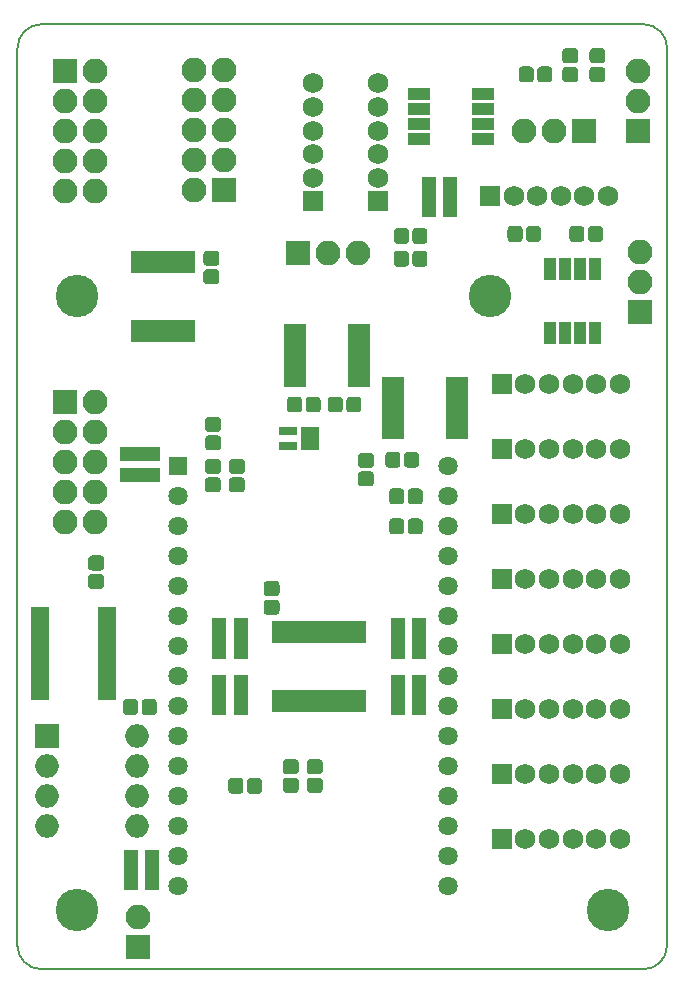
<source format=gbr>
G04 #@! TF.GenerationSoftware,KiCad,Pcbnew,(5.0.0-rc2-190-gf634b7565)*
G04 #@! TF.CreationDate,2018-07-18T23:06:55+02:00*
G04 #@! TF.ProjectId,IoP-mux8-1C,496F502D6D7578382D31432E6B696361,rev?*
G04 #@! TF.SameCoordinates,Original*
G04 #@! TF.FileFunction,Soldermask,Top*
G04 #@! TF.FilePolarity,Negative*
%FSLAX46Y46*%
G04 Gerber Fmt 4.6, Leading zero omitted, Abs format (unit mm)*
G04 Created by KiCad (PCBNEW (5.0.0-rc2-190-gf634b7565)) date 07/18/18 23:06:55*
%MOMM*%
%LPD*%
G01*
G04 APERTURE LIST*
%ADD10C,0.200000*%
%ADD11O,2.100000X2.100000*%
%ADD12R,2.100000X2.100000*%
%ADD13C,0.100000*%
%ADD14C,1.275000*%
%ADD15R,1.100000X1.925000*%
%ADD16R,1.925000X1.100000*%
%ADD17R,1.750000X1.750000*%
%ADD18C,1.750000*%
%ADD19R,2.000000X2.000000*%
%ADD20O,2.000000X2.000000*%
%ADD21R,1.500000X0.800000*%
%ADD22R,1.300000X1.000000*%
%ADD23R,0.850000X1.875000*%
%ADD24R,1.925000X0.835000*%
%ADD25R,1.600000X0.800000*%
%ADD26R,1.635000X1.635000*%
%ADD27C,1.635000*%
%ADD28C,3.600000*%
%ADD29R,1.000000X1.300000*%
G04 APERTURE END LIST*
D10*
X180000000Y-125000000D02*
G75*
G02X178000000Y-123000000I0J2000000D01*
G01*
X231000000Y-45000000D02*
G75*
G02X233000000Y-47000000I0J-2000000D01*
G01*
X233000000Y-123000000D02*
G75*
G02X231000000Y-125000000I-2000000J0D01*
G01*
X178000000Y-47000000D02*
G75*
G02X180000000Y-45000000I2000000J0D01*
G01*
X178000000Y-47000000D02*
X178000000Y-123000000D01*
X231000000Y-45000000D02*
X180000000Y-45000000D01*
X233000000Y-123000000D02*
X233000000Y-47000000D01*
X180000000Y-125000000D02*
X231000000Y-125000000D01*
D11*
G04 #@! TO.C,J4*
X188181600Y-120609600D03*
D12*
X188181600Y-123149600D03*
G04 #@! TD*
D13*
G04 #@! TO.C,R20*
G36*
X196837193Y-108798235D02*
X196868135Y-108802825D01*
X196898478Y-108810425D01*
X196927930Y-108820963D01*
X196956208Y-108834338D01*
X196983038Y-108850419D01*
X197008163Y-108869053D01*
X197031340Y-108890060D01*
X197052347Y-108913237D01*
X197070981Y-108938362D01*
X197087062Y-108965192D01*
X197100437Y-108993470D01*
X197110975Y-109022922D01*
X197118575Y-109053265D01*
X197123165Y-109084207D01*
X197124700Y-109115450D01*
X197124700Y-109827950D01*
X197123165Y-109859193D01*
X197118575Y-109890135D01*
X197110975Y-109920478D01*
X197100437Y-109949930D01*
X197087062Y-109978208D01*
X197070981Y-110005038D01*
X197052347Y-110030163D01*
X197031340Y-110053340D01*
X197008163Y-110074347D01*
X196983038Y-110092981D01*
X196956208Y-110109062D01*
X196927930Y-110122437D01*
X196898478Y-110132975D01*
X196868135Y-110140575D01*
X196837193Y-110145165D01*
X196805950Y-110146700D01*
X196168450Y-110146700D01*
X196137207Y-110145165D01*
X196106265Y-110140575D01*
X196075922Y-110132975D01*
X196046470Y-110122437D01*
X196018192Y-110109062D01*
X195991362Y-110092981D01*
X195966237Y-110074347D01*
X195943060Y-110053340D01*
X195922053Y-110030163D01*
X195903419Y-110005038D01*
X195887338Y-109978208D01*
X195873963Y-109949930D01*
X195863425Y-109920478D01*
X195855825Y-109890135D01*
X195851235Y-109859193D01*
X195849700Y-109827950D01*
X195849700Y-109115450D01*
X195851235Y-109084207D01*
X195855825Y-109053265D01*
X195863425Y-109022922D01*
X195873963Y-108993470D01*
X195887338Y-108965192D01*
X195903419Y-108938362D01*
X195922053Y-108913237D01*
X195943060Y-108890060D01*
X195966237Y-108869053D01*
X195991362Y-108850419D01*
X196018192Y-108834338D01*
X196046470Y-108820963D01*
X196075922Y-108810425D01*
X196106265Y-108802825D01*
X196137207Y-108798235D01*
X196168450Y-108796700D01*
X196805950Y-108796700D01*
X196837193Y-108798235D01*
X196837193Y-108798235D01*
G37*
D14*
X196487200Y-109471700D03*
D13*
G36*
X198412193Y-108798235D02*
X198443135Y-108802825D01*
X198473478Y-108810425D01*
X198502930Y-108820963D01*
X198531208Y-108834338D01*
X198558038Y-108850419D01*
X198583163Y-108869053D01*
X198606340Y-108890060D01*
X198627347Y-108913237D01*
X198645981Y-108938362D01*
X198662062Y-108965192D01*
X198675437Y-108993470D01*
X198685975Y-109022922D01*
X198693575Y-109053265D01*
X198698165Y-109084207D01*
X198699700Y-109115450D01*
X198699700Y-109827950D01*
X198698165Y-109859193D01*
X198693575Y-109890135D01*
X198685975Y-109920478D01*
X198675437Y-109949930D01*
X198662062Y-109978208D01*
X198645981Y-110005038D01*
X198627347Y-110030163D01*
X198606340Y-110053340D01*
X198583163Y-110074347D01*
X198558038Y-110092981D01*
X198531208Y-110109062D01*
X198502930Y-110122437D01*
X198473478Y-110132975D01*
X198443135Y-110140575D01*
X198412193Y-110145165D01*
X198380950Y-110146700D01*
X197743450Y-110146700D01*
X197712207Y-110145165D01*
X197681265Y-110140575D01*
X197650922Y-110132975D01*
X197621470Y-110122437D01*
X197593192Y-110109062D01*
X197566362Y-110092981D01*
X197541237Y-110074347D01*
X197518060Y-110053340D01*
X197497053Y-110030163D01*
X197478419Y-110005038D01*
X197462338Y-109978208D01*
X197448963Y-109949930D01*
X197438425Y-109920478D01*
X197430825Y-109890135D01*
X197426235Y-109859193D01*
X197424700Y-109827950D01*
X197424700Y-109115450D01*
X197426235Y-109084207D01*
X197430825Y-109053265D01*
X197438425Y-109022922D01*
X197448963Y-108993470D01*
X197462338Y-108965192D01*
X197478419Y-108938362D01*
X197497053Y-108913237D01*
X197518060Y-108890060D01*
X197541237Y-108869053D01*
X197566362Y-108850419D01*
X197593192Y-108834338D01*
X197621470Y-108820963D01*
X197650922Y-108810425D01*
X197681265Y-108802825D01*
X197712207Y-108798235D01*
X197743450Y-108796700D01*
X198380950Y-108796700D01*
X198412193Y-108798235D01*
X198412193Y-108798235D01*
G37*
D14*
X198062200Y-109471700D03*
G04 #@! TD*
D15*
G04 #@! TO.C,IC4*
X226905000Y-71112000D03*
X225635000Y-71112000D03*
X224365000Y-71112000D03*
X223095000Y-71112000D03*
X223095000Y-65688000D03*
X224365000Y-65688000D03*
X225635000Y-65688000D03*
X226905000Y-65688000D03*
G04 #@! TD*
D16*
G04 #@! TO.C,IC8*
X217412000Y-54720000D03*
X217412000Y-53450000D03*
X217412000Y-52180000D03*
X217412000Y-50910000D03*
X211988000Y-50910000D03*
X211988000Y-52180000D03*
X211988000Y-53450000D03*
X211988000Y-54720000D03*
G04 #@! TD*
D17*
G04 #@! TO.C,EXT4*
X219000000Y-92000000D03*
D18*
X221000000Y-92000000D03*
X223000000Y-92000000D03*
X225000000Y-92000000D03*
X227000000Y-92000000D03*
X229000000Y-92000000D03*
G04 #@! TD*
D12*
G04 #@! TO.C,JP4*
X201735000Y-64392000D03*
D11*
X204275000Y-64392000D03*
X206815000Y-64392000D03*
G04 #@! TD*
D19*
G04 #@! TO.C,SW1*
X180500000Y-105300000D03*
D20*
X188120000Y-112920000D03*
X180500000Y-107840000D03*
X188120000Y-110380000D03*
X180500000Y-110380000D03*
X188120000Y-107840000D03*
X180500000Y-112920000D03*
X188120000Y-105300000D03*
G04 #@! TD*
D21*
G04 #@! TO.C,IC1*
X185600000Y-101850000D03*
X185600000Y-101200000D03*
X185600000Y-100550000D03*
X185600000Y-99900000D03*
X185600000Y-99250000D03*
X185600000Y-98600000D03*
X185600000Y-97950000D03*
X185600000Y-97300000D03*
X185600000Y-96650000D03*
X185600000Y-96000000D03*
X185600000Y-95350000D03*
X185600000Y-94700000D03*
X179900000Y-94700000D03*
X179900000Y-95350000D03*
X179900000Y-96000000D03*
X179900000Y-96650000D03*
X179900000Y-97300000D03*
X179900000Y-97950000D03*
X179900000Y-98600000D03*
X179900000Y-99250000D03*
X179900000Y-99900000D03*
X179900000Y-100550000D03*
X179900000Y-101200000D03*
X179900000Y-101850000D03*
G04 #@! TD*
D13*
G04 #@! TO.C,R10*
G36*
X185047493Y-89976535D02*
X185078435Y-89981125D01*
X185108778Y-89988725D01*
X185138230Y-89999263D01*
X185166508Y-90012638D01*
X185193338Y-90028719D01*
X185218463Y-90047353D01*
X185241640Y-90068360D01*
X185262647Y-90091537D01*
X185281281Y-90116662D01*
X185297362Y-90143492D01*
X185310737Y-90171770D01*
X185321275Y-90201222D01*
X185328875Y-90231565D01*
X185333465Y-90262507D01*
X185335000Y-90293750D01*
X185335000Y-90931250D01*
X185333465Y-90962493D01*
X185328875Y-90993435D01*
X185321275Y-91023778D01*
X185310737Y-91053230D01*
X185297362Y-91081508D01*
X185281281Y-91108338D01*
X185262647Y-91133463D01*
X185241640Y-91156640D01*
X185218463Y-91177647D01*
X185193338Y-91196281D01*
X185166508Y-91212362D01*
X185138230Y-91225737D01*
X185108778Y-91236275D01*
X185078435Y-91243875D01*
X185047493Y-91248465D01*
X185016250Y-91250000D01*
X184303750Y-91250000D01*
X184272507Y-91248465D01*
X184241565Y-91243875D01*
X184211222Y-91236275D01*
X184181770Y-91225737D01*
X184153492Y-91212362D01*
X184126662Y-91196281D01*
X184101537Y-91177647D01*
X184078360Y-91156640D01*
X184057353Y-91133463D01*
X184038719Y-91108338D01*
X184022638Y-91081508D01*
X184009263Y-91053230D01*
X183998725Y-91023778D01*
X183991125Y-90993435D01*
X183986535Y-90962493D01*
X183985000Y-90931250D01*
X183985000Y-90293750D01*
X183986535Y-90262507D01*
X183991125Y-90231565D01*
X183998725Y-90201222D01*
X184009263Y-90171770D01*
X184022638Y-90143492D01*
X184038719Y-90116662D01*
X184057353Y-90091537D01*
X184078360Y-90068360D01*
X184101537Y-90047353D01*
X184126662Y-90028719D01*
X184153492Y-90012638D01*
X184181770Y-89999263D01*
X184211222Y-89988725D01*
X184241565Y-89981125D01*
X184272507Y-89976535D01*
X184303750Y-89975000D01*
X185016250Y-89975000D01*
X185047493Y-89976535D01*
X185047493Y-89976535D01*
G37*
D14*
X184660000Y-90612500D03*
D13*
G36*
X185047493Y-91551535D02*
X185078435Y-91556125D01*
X185108778Y-91563725D01*
X185138230Y-91574263D01*
X185166508Y-91587638D01*
X185193338Y-91603719D01*
X185218463Y-91622353D01*
X185241640Y-91643360D01*
X185262647Y-91666537D01*
X185281281Y-91691662D01*
X185297362Y-91718492D01*
X185310737Y-91746770D01*
X185321275Y-91776222D01*
X185328875Y-91806565D01*
X185333465Y-91837507D01*
X185335000Y-91868750D01*
X185335000Y-92506250D01*
X185333465Y-92537493D01*
X185328875Y-92568435D01*
X185321275Y-92598778D01*
X185310737Y-92628230D01*
X185297362Y-92656508D01*
X185281281Y-92683338D01*
X185262647Y-92708463D01*
X185241640Y-92731640D01*
X185218463Y-92752647D01*
X185193338Y-92771281D01*
X185166508Y-92787362D01*
X185138230Y-92800737D01*
X185108778Y-92811275D01*
X185078435Y-92818875D01*
X185047493Y-92823465D01*
X185016250Y-92825000D01*
X184303750Y-92825000D01*
X184272507Y-92823465D01*
X184241565Y-92818875D01*
X184211222Y-92811275D01*
X184181770Y-92800737D01*
X184153492Y-92787362D01*
X184126662Y-92771281D01*
X184101537Y-92752647D01*
X184078360Y-92731640D01*
X184057353Y-92708463D01*
X184038719Y-92683338D01*
X184022638Y-92656508D01*
X184009263Y-92628230D01*
X183998725Y-92598778D01*
X183991125Y-92568435D01*
X183986535Y-92537493D01*
X183985000Y-92506250D01*
X183985000Y-91868750D01*
X183986535Y-91837507D01*
X183991125Y-91806565D01*
X183998725Y-91776222D01*
X184009263Y-91746770D01*
X184022638Y-91718492D01*
X184038719Y-91691662D01*
X184057353Y-91666537D01*
X184078360Y-91643360D01*
X184101537Y-91622353D01*
X184126662Y-91603719D01*
X184153492Y-91587638D01*
X184181770Y-91574263D01*
X184211222Y-91563725D01*
X184241565Y-91556125D01*
X184272507Y-91551535D01*
X184303750Y-91550000D01*
X185016250Y-91550000D01*
X185047493Y-91551535D01*
X185047493Y-91551535D01*
G37*
D14*
X184660000Y-92187500D03*
G04 #@! TD*
D13*
G04 #@! TO.C,R19*
G36*
X205259993Y-76520135D02*
X205290935Y-76524725D01*
X205321278Y-76532325D01*
X205350730Y-76542863D01*
X205379008Y-76556238D01*
X205405838Y-76572319D01*
X205430963Y-76590953D01*
X205454140Y-76611960D01*
X205475147Y-76635137D01*
X205493781Y-76660262D01*
X205509862Y-76687092D01*
X205523237Y-76715370D01*
X205533775Y-76744822D01*
X205541375Y-76775165D01*
X205545965Y-76806107D01*
X205547500Y-76837350D01*
X205547500Y-77549850D01*
X205545965Y-77581093D01*
X205541375Y-77612035D01*
X205533775Y-77642378D01*
X205523237Y-77671830D01*
X205509862Y-77700108D01*
X205493781Y-77726938D01*
X205475147Y-77752063D01*
X205454140Y-77775240D01*
X205430963Y-77796247D01*
X205405838Y-77814881D01*
X205379008Y-77830962D01*
X205350730Y-77844337D01*
X205321278Y-77854875D01*
X205290935Y-77862475D01*
X205259993Y-77867065D01*
X205228750Y-77868600D01*
X204591250Y-77868600D01*
X204560007Y-77867065D01*
X204529065Y-77862475D01*
X204498722Y-77854875D01*
X204469270Y-77844337D01*
X204440992Y-77830962D01*
X204414162Y-77814881D01*
X204389037Y-77796247D01*
X204365860Y-77775240D01*
X204344853Y-77752063D01*
X204326219Y-77726938D01*
X204310138Y-77700108D01*
X204296763Y-77671830D01*
X204286225Y-77642378D01*
X204278625Y-77612035D01*
X204274035Y-77581093D01*
X204272500Y-77549850D01*
X204272500Y-76837350D01*
X204274035Y-76806107D01*
X204278625Y-76775165D01*
X204286225Y-76744822D01*
X204296763Y-76715370D01*
X204310138Y-76687092D01*
X204326219Y-76660262D01*
X204344853Y-76635137D01*
X204365860Y-76611960D01*
X204389037Y-76590953D01*
X204414162Y-76572319D01*
X204440992Y-76556238D01*
X204469270Y-76542863D01*
X204498722Y-76532325D01*
X204529065Y-76524725D01*
X204560007Y-76520135D01*
X204591250Y-76518600D01*
X205228750Y-76518600D01*
X205259993Y-76520135D01*
X205259993Y-76520135D01*
G37*
D14*
X204910000Y-77193600D03*
D13*
G36*
X206834993Y-76520135D02*
X206865935Y-76524725D01*
X206896278Y-76532325D01*
X206925730Y-76542863D01*
X206954008Y-76556238D01*
X206980838Y-76572319D01*
X207005963Y-76590953D01*
X207029140Y-76611960D01*
X207050147Y-76635137D01*
X207068781Y-76660262D01*
X207084862Y-76687092D01*
X207098237Y-76715370D01*
X207108775Y-76744822D01*
X207116375Y-76775165D01*
X207120965Y-76806107D01*
X207122500Y-76837350D01*
X207122500Y-77549850D01*
X207120965Y-77581093D01*
X207116375Y-77612035D01*
X207108775Y-77642378D01*
X207098237Y-77671830D01*
X207084862Y-77700108D01*
X207068781Y-77726938D01*
X207050147Y-77752063D01*
X207029140Y-77775240D01*
X207005963Y-77796247D01*
X206980838Y-77814881D01*
X206954008Y-77830962D01*
X206925730Y-77844337D01*
X206896278Y-77854875D01*
X206865935Y-77862475D01*
X206834993Y-77867065D01*
X206803750Y-77868600D01*
X206166250Y-77868600D01*
X206135007Y-77867065D01*
X206104065Y-77862475D01*
X206073722Y-77854875D01*
X206044270Y-77844337D01*
X206015992Y-77830962D01*
X205989162Y-77814881D01*
X205964037Y-77796247D01*
X205940860Y-77775240D01*
X205919853Y-77752063D01*
X205901219Y-77726938D01*
X205885138Y-77700108D01*
X205871763Y-77671830D01*
X205861225Y-77642378D01*
X205853625Y-77612035D01*
X205849035Y-77581093D01*
X205847500Y-77549850D01*
X205847500Y-76837350D01*
X205849035Y-76806107D01*
X205853625Y-76775165D01*
X205861225Y-76744822D01*
X205871763Y-76715370D01*
X205885138Y-76687092D01*
X205901219Y-76660262D01*
X205919853Y-76635137D01*
X205940860Y-76611960D01*
X205964037Y-76590953D01*
X205989162Y-76572319D01*
X206015992Y-76556238D01*
X206044270Y-76542863D01*
X206073722Y-76532325D01*
X206104065Y-76524725D01*
X206135007Y-76520135D01*
X206166250Y-76518600D01*
X206803750Y-76518600D01*
X206834993Y-76520135D01*
X206834993Y-76520135D01*
G37*
D14*
X206485000Y-77193600D03*
G04 #@! TD*
D22*
G04 #@! TO.C,R13*
X214625000Y-60825000D03*
X214625000Y-60025000D03*
X214625000Y-59225000D03*
X214625000Y-58425000D03*
X212825000Y-60825000D03*
X212825000Y-60025000D03*
X212825000Y-59225000D03*
X212825000Y-58425000D03*
G04 #@! TD*
G04 #@! TO.C,R5*
X187600000Y-115400000D03*
X187600000Y-116200000D03*
X187600000Y-117000000D03*
X187600000Y-117800000D03*
X189400000Y-115400000D03*
X189400000Y-116200000D03*
X189400000Y-117000000D03*
X189400000Y-117800000D03*
G04 #@! TD*
D18*
G04 #@! TO.C,LINK0*
X228000000Y-59500000D03*
X226000000Y-59500000D03*
X224000000Y-59500000D03*
X222000000Y-59500000D03*
X220000000Y-59500000D03*
D17*
X218000000Y-59500000D03*
G04 #@! TD*
D23*
G04 #@! TO.C,IC3*
X199975000Y-102338000D03*
X200625000Y-102338000D03*
X201275000Y-102338000D03*
X201925000Y-102338000D03*
X202575000Y-102338000D03*
X203225000Y-102338000D03*
X203875000Y-102338000D03*
X204525000Y-102338000D03*
X205175000Y-102338000D03*
X205825000Y-102338000D03*
X206475000Y-102338000D03*
X207125000Y-102338000D03*
X207125000Y-96462000D03*
X206475000Y-96462000D03*
X205825000Y-96462000D03*
X205175000Y-96462000D03*
X204525000Y-96462000D03*
X203875000Y-96462000D03*
X203225000Y-96462000D03*
X202575000Y-96462000D03*
X201925000Y-96462000D03*
X201275000Y-96462000D03*
X200625000Y-96462000D03*
X199975000Y-96462000D03*
G04 #@! TD*
D24*
G04 #@! TO.C,IC7*
X209788000Y-79722000D03*
X209788000Y-79088000D03*
X209788000Y-78452000D03*
X209788000Y-77818000D03*
X209788000Y-77182000D03*
X209788000Y-76548000D03*
X209788000Y-75912000D03*
X209788000Y-75278000D03*
X215212000Y-75278000D03*
X215212000Y-75912000D03*
X215212000Y-76548000D03*
X215212000Y-77182000D03*
X215212000Y-77818000D03*
X215212000Y-78452000D03*
X215212000Y-79088000D03*
X215212000Y-79722000D03*
G04 #@! TD*
D25*
G04 #@! TO.C,IC6*
X202800000Y-80700000D03*
X202800000Y-80050000D03*
X202800000Y-79400000D03*
X200900000Y-79400000D03*
X200900000Y-80700000D03*
G04 #@! TD*
D23*
G04 #@! TO.C,IC2*
X188025000Y-70988000D03*
X188675000Y-70988000D03*
X189325000Y-70988000D03*
X189975000Y-70988000D03*
X190625000Y-70988000D03*
X191275000Y-70988000D03*
X191925000Y-70988000D03*
X192575000Y-70988000D03*
X192575000Y-65112000D03*
X191925000Y-65112000D03*
X191275000Y-65112000D03*
X190625000Y-65112000D03*
X189975000Y-65112000D03*
X189325000Y-65112000D03*
X188675000Y-65112000D03*
X188025000Y-65112000D03*
G04 #@! TD*
D24*
G04 #@! TO.C,IC5*
X201476000Y-70831000D03*
X201476000Y-71465000D03*
X201476000Y-72101000D03*
X201476000Y-72735000D03*
X201476000Y-73371000D03*
X201476000Y-74005000D03*
X201476000Y-74641000D03*
X201476000Y-75275000D03*
X206900000Y-75275000D03*
X206900000Y-74641000D03*
X206900000Y-74005000D03*
X206900000Y-73371000D03*
X206900000Y-72735000D03*
X206900000Y-72101000D03*
X206900000Y-71465000D03*
X206900000Y-70831000D03*
G04 #@! TD*
D13*
G04 #@! TO.C,C10*
G36*
X196966293Y-83364835D02*
X196997235Y-83369425D01*
X197027578Y-83377025D01*
X197057030Y-83387563D01*
X197085308Y-83400938D01*
X197112138Y-83417019D01*
X197137263Y-83435653D01*
X197160440Y-83456660D01*
X197181447Y-83479837D01*
X197200081Y-83504962D01*
X197216162Y-83531792D01*
X197229537Y-83560070D01*
X197240075Y-83589522D01*
X197247675Y-83619865D01*
X197252265Y-83650807D01*
X197253800Y-83682050D01*
X197253800Y-84319550D01*
X197252265Y-84350793D01*
X197247675Y-84381735D01*
X197240075Y-84412078D01*
X197229537Y-84441530D01*
X197216162Y-84469808D01*
X197200081Y-84496638D01*
X197181447Y-84521763D01*
X197160440Y-84544940D01*
X197137263Y-84565947D01*
X197112138Y-84584581D01*
X197085308Y-84600662D01*
X197057030Y-84614037D01*
X197027578Y-84624575D01*
X196997235Y-84632175D01*
X196966293Y-84636765D01*
X196935050Y-84638300D01*
X196222550Y-84638300D01*
X196191307Y-84636765D01*
X196160365Y-84632175D01*
X196130022Y-84624575D01*
X196100570Y-84614037D01*
X196072292Y-84600662D01*
X196045462Y-84584581D01*
X196020337Y-84565947D01*
X195997160Y-84544940D01*
X195976153Y-84521763D01*
X195957519Y-84496638D01*
X195941438Y-84469808D01*
X195928063Y-84441530D01*
X195917525Y-84412078D01*
X195909925Y-84381735D01*
X195905335Y-84350793D01*
X195903800Y-84319550D01*
X195903800Y-83682050D01*
X195905335Y-83650807D01*
X195909925Y-83619865D01*
X195917525Y-83589522D01*
X195928063Y-83560070D01*
X195941438Y-83531792D01*
X195957519Y-83504962D01*
X195976153Y-83479837D01*
X195997160Y-83456660D01*
X196020337Y-83435653D01*
X196045462Y-83417019D01*
X196072292Y-83400938D01*
X196100570Y-83387563D01*
X196130022Y-83377025D01*
X196160365Y-83369425D01*
X196191307Y-83364835D01*
X196222550Y-83363300D01*
X196935050Y-83363300D01*
X196966293Y-83364835D01*
X196966293Y-83364835D01*
G37*
D14*
X196578800Y-84000800D03*
D13*
G36*
X196966293Y-81789835D02*
X196997235Y-81794425D01*
X197027578Y-81802025D01*
X197057030Y-81812563D01*
X197085308Y-81825938D01*
X197112138Y-81842019D01*
X197137263Y-81860653D01*
X197160440Y-81881660D01*
X197181447Y-81904837D01*
X197200081Y-81929962D01*
X197216162Y-81956792D01*
X197229537Y-81985070D01*
X197240075Y-82014522D01*
X197247675Y-82044865D01*
X197252265Y-82075807D01*
X197253800Y-82107050D01*
X197253800Y-82744550D01*
X197252265Y-82775793D01*
X197247675Y-82806735D01*
X197240075Y-82837078D01*
X197229537Y-82866530D01*
X197216162Y-82894808D01*
X197200081Y-82921638D01*
X197181447Y-82946763D01*
X197160440Y-82969940D01*
X197137263Y-82990947D01*
X197112138Y-83009581D01*
X197085308Y-83025662D01*
X197057030Y-83039037D01*
X197027578Y-83049575D01*
X196997235Y-83057175D01*
X196966293Y-83061765D01*
X196935050Y-83063300D01*
X196222550Y-83063300D01*
X196191307Y-83061765D01*
X196160365Y-83057175D01*
X196130022Y-83049575D01*
X196100570Y-83039037D01*
X196072292Y-83025662D01*
X196045462Y-83009581D01*
X196020337Y-82990947D01*
X195997160Y-82969940D01*
X195976153Y-82946763D01*
X195957519Y-82921638D01*
X195941438Y-82894808D01*
X195928063Y-82866530D01*
X195917525Y-82837078D01*
X195909925Y-82806735D01*
X195905335Y-82775793D01*
X195903800Y-82744550D01*
X195903800Y-82107050D01*
X195905335Y-82075807D01*
X195909925Y-82044865D01*
X195917525Y-82014522D01*
X195928063Y-81985070D01*
X195941438Y-81956792D01*
X195957519Y-81929962D01*
X195976153Y-81904837D01*
X195997160Y-81881660D01*
X196020337Y-81860653D01*
X196045462Y-81842019D01*
X196072292Y-81825938D01*
X196100570Y-81812563D01*
X196130022Y-81802025D01*
X196160365Y-81794425D01*
X196191307Y-81789835D01*
X196222550Y-81788300D01*
X196935050Y-81788300D01*
X196966293Y-81789835D01*
X196966293Y-81789835D01*
G37*
D14*
X196578800Y-82425800D03*
G04 #@! TD*
D13*
G04 #@! TO.C,R18*
G36*
X194947493Y-78233835D02*
X194978435Y-78238425D01*
X195008778Y-78246025D01*
X195038230Y-78256563D01*
X195066508Y-78269938D01*
X195093338Y-78286019D01*
X195118463Y-78304653D01*
X195141640Y-78325660D01*
X195162647Y-78348837D01*
X195181281Y-78373962D01*
X195197362Y-78400792D01*
X195210737Y-78429070D01*
X195221275Y-78458522D01*
X195228875Y-78488865D01*
X195233465Y-78519807D01*
X195235000Y-78551050D01*
X195235000Y-79188550D01*
X195233465Y-79219793D01*
X195228875Y-79250735D01*
X195221275Y-79281078D01*
X195210737Y-79310530D01*
X195197362Y-79338808D01*
X195181281Y-79365638D01*
X195162647Y-79390763D01*
X195141640Y-79413940D01*
X195118463Y-79434947D01*
X195093338Y-79453581D01*
X195066508Y-79469662D01*
X195038230Y-79483037D01*
X195008778Y-79493575D01*
X194978435Y-79501175D01*
X194947493Y-79505765D01*
X194916250Y-79507300D01*
X194203750Y-79507300D01*
X194172507Y-79505765D01*
X194141565Y-79501175D01*
X194111222Y-79493575D01*
X194081770Y-79483037D01*
X194053492Y-79469662D01*
X194026662Y-79453581D01*
X194001537Y-79434947D01*
X193978360Y-79413940D01*
X193957353Y-79390763D01*
X193938719Y-79365638D01*
X193922638Y-79338808D01*
X193909263Y-79310530D01*
X193898725Y-79281078D01*
X193891125Y-79250735D01*
X193886535Y-79219793D01*
X193885000Y-79188550D01*
X193885000Y-78551050D01*
X193886535Y-78519807D01*
X193891125Y-78488865D01*
X193898725Y-78458522D01*
X193909263Y-78429070D01*
X193922638Y-78400792D01*
X193938719Y-78373962D01*
X193957353Y-78348837D01*
X193978360Y-78325660D01*
X194001537Y-78304653D01*
X194026662Y-78286019D01*
X194053492Y-78269938D01*
X194081770Y-78256563D01*
X194111222Y-78246025D01*
X194141565Y-78238425D01*
X194172507Y-78233835D01*
X194203750Y-78232300D01*
X194916250Y-78232300D01*
X194947493Y-78233835D01*
X194947493Y-78233835D01*
G37*
D14*
X194560000Y-78869800D03*
D13*
G36*
X194947493Y-79808835D02*
X194978435Y-79813425D01*
X195008778Y-79821025D01*
X195038230Y-79831563D01*
X195066508Y-79844938D01*
X195093338Y-79861019D01*
X195118463Y-79879653D01*
X195141640Y-79900660D01*
X195162647Y-79923837D01*
X195181281Y-79948962D01*
X195197362Y-79975792D01*
X195210737Y-80004070D01*
X195221275Y-80033522D01*
X195228875Y-80063865D01*
X195233465Y-80094807D01*
X195235000Y-80126050D01*
X195235000Y-80763550D01*
X195233465Y-80794793D01*
X195228875Y-80825735D01*
X195221275Y-80856078D01*
X195210737Y-80885530D01*
X195197362Y-80913808D01*
X195181281Y-80940638D01*
X195162647Y-80965763D01*
X195141640Y-80988940D01*
X195118463Y-81009947D01*
X195093338Y-81028581D01*
X195066508Y-81044662D01*
X195038230Y-81058037D01*
X195008778Y-81068575D01*
X194978435Y-81076175D01*
X194947493Y-81080765D01*
X194916250Y-81082300D01*
X194203750Y-81082300D01*
X194172507Y-81080765D01*
X194141565Y-81076175D01*
X194111222Y-81068575D01*
X194081770Y-81058037D01*
X194053492Y-81044662D01*
X194026662Y-81028581D01*
X194001537Y-81009947D01*
X193978360Y-80988940D01*
X193957353Y-80965763D01*
X193938719Y-80940638D01*
X193922638Y-80913808D01*
X193909263Y-80885530D01*
X193898725Y-80856078D01*
X193891125Y-80825735D01*
X193886535Y-80794793D01*
X193885000Y-80763550D01*
X193885000Y-80126050D01*
X193886535Y-80094807D01*
X193891125Y-80063865D01*
X193898725Y-80033522D01*
X193909263Y-80004070D01*
X193922638Y-79975792D01*
X193938719Y-79948962D01*
X193957353Y-79923837D01*
X193978360Y-79900660D01*
X194001537Y-79879653D01*
X194026662Y-79861019D01*
X194053492Y-79844938D01*
X194081770Y-79831563D01*
X194111222Y-79821025D01*
X194141565Y-79813425D01*
X194172507Y-79808835D01*
X194203750Y-79807300D01*
X194916250Y-79807300D01*
X194947493Y-79808835D01*
X194947493Y-79808835D01*
G37*
D14*
X194560000Y-80444800D03*
G04 #@! TD*
D13*
G04 #@! TO.C,R17*
G36*
X194934293Y-81790035D02*
X194965235Y-81794625D01*
X194995578Y-81802225D01*
X195025030Y-81812763D01*
X195053308Y-81826138D01*
X195080138Y-81842219D01*
X195105263Y-81860853D01*
X195128440Y-81881860D01*
X195149447Y-81905037D01*
X195168081Y-81930162D01*
X195184162Y-81956992D01*
X195197537Y-81985270D01*
X195208075Y-82014722D01*
X195215675Y-82045065D01*
X195220265Y-82076007D01*
X195221800Y-82107250D01*
X195221800Y-82744750D01*
X195220265Y-82775993D01*
X195215675Y-82806935D01*
X195208075Y-82837278D01*
X195197537Y-82866730D01*
X195184162Y-82895008D01*
X195168081Y-82921838D01*
X195149447Y-82946963D01*
X195128440Y-82970140D01*
X195105263Y-82991147D01*
X195080138Y-83009781D01*
X195053308Y-83025862D01*
X195025030Y-83039237D01*
X194995578Y-83049775D01*
X194965235Y-83057375D01*
X194934293Y-83061965D01*
X194903050Y-83063500D01*
X194190550Y-83063500D01*
X194159307Y-83061965D01*
X194128365Y-83057375D01*
X194098022Y-83049775D01*
X194068570Y-83039237D01*
X194040292Y-83025862D01*
X194013462Y-83009781D01*
X193988337Y-82991147D01*
X193965160Y-82970140D01*
X193944153Y-82946963D01*
X193925519Y-82921838D01*
X193909438Y-82895008D01*
X193896063Y-82866730D01*
X193885525Y-82837278D01*
X193877925Y-82806935D01*
X193873335Y-82775993D01*
X193871800Y-82744750D01*
X193871800Y-82107250D01*
X193873335Y-82076007D01*
X193877925Y-82045065D01*
X193885525Y-82014722D01*
X193896063Y-81985270D01*
X193909438Y-81956992D01*
X193925519Y-81930162D01*
X193944153Y-81905037D01*
X193965160Y-81881860D01*
X193988337Y-81860853D01*
X194013462Y-81842219D01*
X194040292Y-81826138D01*
X194068570Y-81812763D01*
X194098022Y-81802225D01*
X194128365Y-81794625D01*
X194159307Y-81790035D01*
X194190550Y-81788500D01*
X194903050Y-81788500D01*
X194934293Y-81790035D01*
X194934293Y-81790035D01*
G37*
D14*
X194546800Y-82426000D03*
D13*
G36*
X194934293Y-83365035D02*
X194965235Y-83369625D01*
X194995578Y-83377225D01*
X195025030Y-83387763D01*
X195053308Y-83401138D01*
X195080138Y-83417219D01*
X195105263Y-83435853D01*
X195128440Y-83456860D01*
X195149447Y-83480037D01*
X195168081Y-83505162D01*
X195184162Y-83531992D01*
X195197537Y-83560270D01*
X195208075Y-83589722D01*
X195215675Y-83620065D01*
X195220265Y-83651007D01*
X195221800Y-83682250D01*
X195221800Y-84319750D01*
X195220265Y-84350993D01*
X195215675Y-84381935D01*
X195208075Y-84412278D01*
X195197537Y-84441730D01*
X195184162Y-84470008D01*
X195168081Y-84496838D01*
X195149447Y-84521963D01*
X195128440Y-84545140D01*
X195105263Y-84566147D01*
X195080138Y-84584781D01*
X195053308Y-84600862D01*
X195025030Y-84614237D01*
X194995578Y-84624775D01*
X194965235Y-84632375D01*
X194934293Y-84636965D01*
X194903050Y-84638500D01*
X194190550Y-84638500D01*
X194159307Y-84636965D01*
X194128365Y-84632375D01*
X194098022Y-84624775D01*
X194068570Y-84614237D01*
X194040292Y-84600862D01*
X194013462Y-84584781D01*
X193988337Y-84566147D01*
X193965160Y-84545140D01*
X193944153Y-84521963D01*
X193925519Y-84496838D01*
X193909438Y-84470008D01*
X193896063Y-84441730D01*
X193885525Y-84412278D01*
X193877925Y-84381935D01*
X193873335Y-84350993D01*
X193871800Y-84319750D01*
X193871800Y-83682250D01*
X193873335Y-83651007D01*
X193877925Y-83620065D01*
X193885525Y-83589722D01*
X193896063Y-83560270D01*
X193909438Y-83531992D01*
X193925519Y-83505162D01*
X193944153Y-83480037D01*
X193965160Y-83456860D01*
X193988337Y-83435853D01*
X194013462Y-83417219D01*
X194040292Y-83401138D01*
X194068570Y-83387763D01*
X194098022Y-83377225D01*
X194128365Y-83369625D01*
X194159307Y-83365035D01*
X194190550Y-83363500D01*
X194903050Y-83363500D01*
X194934293Y-83365035D01*
X194934293Y-83365035D01*
G37*
D14*
X194546800Y-84001000D03*
G04 #@! TD*
D26*
G04 #@! TO.C,U1*
X191570000Y-82440000D03*
D27*
X191570000Y-84980000D03*
X191570000Y-87520000D03*
X191570000Y-90060000D03*
X191570000Y-92600000D03*
X191570000Y-95140000D03*
X191570000Y-97680000D03*
X191570000Y-100220000D03*
X191570000Y-102760000D03*
X191570000Y-105300000D03*
X191570000Y-107840000D03*
X191570000Y-110380000D03*
X191570000Y-112920000D03*
X191570000Y-115460000D03*
X191570000Y-118000000D03*
X214430000Y-118000000D03*
X214430000Y-115460000D03*
X214430000Y-112920000D03*
X214430000Y-110380000D03*
X214430000Y-107840000D03*
X214430000Y-105300000D03*
X214430000Y-102760000D03*
X214430000Y-100220000D03*
X214430000Y-97680000D03*
X214430000Y-95140000D03*
X214430000Y-92600000D03*
X214430000Y-90060000D03*
X214430000Y-87520000D03*
X214430000Y-84980000D03*
X214430000Y-82440000D03*
G04 #@! TD*
D12*
G04 #@! TO.C,J1*
X182000000Y-49000000D03*
D11*
X184540000Y-49000000D03*
X182000000Y-51540000D03*
X184540000Y-51540000D03*
X182000000Y-54080000D03*
X184540000Y-54080000D03*
X182000000Y-56620000D03*
X184540000Y-56620000D03*
X182000000Y-59160000D03*
X184540000Y-59160000D03*
G04 #@! TD*
G04 #@! TO.C,J3*
X192960000Y-48840000D03*
X195500000Y-48840000D03*
X192960000Y-51380000D03*
X195500000Y-51380000D03*
X192960000Y-53920000D03*
X195500000Y-53920000D03*
X192960000Y-56460000D03*
X195500000Y-56460000D03*
X192960000Y-59000000D03*
D12*
X195500000Y-59000000D03*
G04 #@! TD*
D28*
G04 #@! TO.C,MK4*
X228000000Y-120000000D03*
G04 #@! TD*
G04 #@! TO.C,MK3*
X218000000Y-68000000D03*
G04 #@! TD*
G04 #@! TO.C,MK2*
X183000000Y-120000000D03*
G04 #@! TD*
G04 #@! TO.C,MK1*
X183000000Y-68000000D03*
G04 #@! TD*
D13*
G04 #@! TO.C,C2*
G36*
X187921893Y-102130735D02*
X187952835Y-102135325D01*
X187983178Y-102142925D01*
X188012630Y-102153463D01*
X188040908Y-102166838D01*
X188067738Y-102182919D01*
X188092863Y-102201553D01*
X188116040Y-102222560D01*
X188137047Y-102245737D01*
X188155681Y-102270862D01*
X188171762Y-102297692D01*
X188185137Y-102325970D01*
X188195675Y-102355422D01*
X188203275Y-102385765D01*
X188207865Y-102416707D01*
X188209400Y-102447950D01*
X188209400Y-103160450D01*
X188207865Y-103191693D01*
X188203275Y-103222635D01*
X188195675Y-103252978D01*
X188185137Y-103282430D01*
X188171762Y-103310708D01*
X188155681Y-103337538D01*
X188137047Y-103362663D01*
X188116040Y-103385840D01*
X188092863Y-103406847D01*
X188067738Y-103425481D01*
X188040908Y-103441562D01*
X188012630Y-103454937D01*
X187983178Y-103465475D01*
X187952835Y-103473075D01*
X187921893Y-103477665D01*
X187890650Y-103479200D01*
X187253150Y-103479200D01*
X187221907Y-103477665D01*
X187190965Y-103473075D01*
X187160622Y-103465475D01*
X187131170Y-103454937D01*
X187102892Y-103441562D01*
X187076062Y-103425481D01*
X187050937Y-103406847D01*
X187027760Y-103385840D01*
X187006753Y-103362663D01*
X186988119Y-103337538D01*
X186972038Y-103310708D01*
X186958663Y-103282430D01*
X186948125Y-103252978D01*
X186940525Y-103222635D01*
X186935935Y-103191693D01*
X186934400Y-103160450D01*
X186934400Y-102447950D01*
X186935935Y-102416707D01*
X186940525Y-102385765D01*
X186948125Y-102355422D01*
X186958663Y-102325970D01*
X186972038Y-102297692D01*
X186988119Y-102270862D01*
X187006753Y-102245737D01*
X187027760Y-102222560D01*
X187050937Y-102201553D01*
X187076062Y-102182919D01*
X187102892Y-102166838D01*
X187131170Y-102153463D01*
X187160622Y-102142925D01*
X187190965Y-102135325D01*
X187221907Y-102130735D01*
X187253150Y-102129200D01*
X187890650Y-102129200D01*
X187921893Y-102130735D01*
X187921893Y-102130735D01*
G37*
D14*
X187571900Y-102804200D03*
D13*
G36*
X189496893Y-102130735D02*
X189527835Y-102135325D01*
X189558178Y-102142925D01*
X189587630Y-102153463D01*
X189615908Y-102166838D01*
X189642738Y-102182919D01*
X189667863Y-102201553D01*
X189691040Y-102222560D01*
X189712047Y-102245737D01*
X189730681Y-102270862D01*
X189746762Y-102297692D01*
X189760137Y-102325970D01*
X189770675Y-102355422D01*
X189778275Y-102385765D01*
X189782865Y-102416707D01*
X189784400Y-102447950D01*
X189784400Y-103160450D01*
X189782865Y-103191693D01*
X189778275Y-103222635D01*
X189770675Y-103252978D01*
X189760137Y-103282430D01*
X189746762Y-103310708D01*
X189730681Y-103337538D01*
X189712047Y-103362663D01*
X189691040Y-103385840D01*
X189667863Y-103406847D01*
X189642738Y-103425481D01*
X189615908Y-103441562D01*
X189587630Y-103454937D01*
X189558178Y-103465475D01*
X189527835Y-103473075D01*
X189496893Y-103477665D01*
X189465650Y-103479200D01*
X188828150Y-103479200D01*
X188796907Y-103477665D01*
X188765965Y-103473075D01*
X188735622Y-103465475D01*
X188706170Y-103454937D01*
X188677892Y-103441562D01*
X188651062Y-103425481D01*
X188625937Y-103406847D01*
X188602760Y-103385840D01*
X188581753Y-103362663D01*
X188563119Y-103337538D01*
X188547038Y-103310708D01*
X188533663Y-103282430D01*
X188523125Y-103252978D01*
X188515525Y-103222635D01*
X188510935Y-103191693D01*
X188509400Y-103160450D01*
X188509400Y-102447950D01*
X188510935Y-102416707D01*
X188515525Y-102385765D01*
X188523125Y-102355422D01*
X188533663Y-102325970D01*
X188547038Y-102297692D01*
X188563119Y-102270862D01*
X188581753Y-102245737D01*
X188602760Y-102222560D01*
X188625937Y-102201553D01*
X188651062Y-102182919D01*
X188677892Y-102166838D01*
X188706170Y-102153463D01*
X188735622Y-102142925D01*
X188765965Y-102135325D01*
X188796907Y-102130735D01*
X188828150Y-102129200D01*
X189465650Y-102129200D01*
X189496893Y-102130735D01*
X189496893Y-102130735D01*
G37*
D14*
X189146900Y-102804200D03*
G04 #@! TD*
D13*
G04 #@! TO.C,C3*
G36*
X201523093Y-108797635D02*
X201554035Y-108802225D01*
X201584378Y-108809825D01*
X201613830Y-108820363D01*
X201642108Y-108833738D01*
X201668938Y-108849819D01*
X201694063Y-108868453D01*
X201717240Y-108889460D01*
X201738247Y-108912637D01*
X201756881Y-108937762D01*
X201772962Y-108964592D01*
X201786337Y-108992870D01*
X201796875Y-109022322D01*
X201804475Y-109052665D01*
X201809065Y-109083607D01*
X201810600Y-109114850D01*
X201810600Y-109752350D01*
X201809065Y-109783593D01*
X201804475Y-109814535D01*
X201796875Y-109844878D01*
X201786337Y-109874330D01*
X201772962Y-109902608D01*
X201756881Y-109929438D01*
X201738247Y-109954563D01*
X201717240Y-109977740D01*
X201694063Y-109998747D01*
X201668938Y-110017381D01*
X201642108Y-110033462D01*
X201613830Y-110046837D01*
X201584378Y-110057375D01*
X201554035Y-110064975D01*
X201523093Y-110069565D01*
X201491850Y-110071100D01*
X200779350Y-110071100D01*
X200748107Y-110069565D01*
X200717165Y-110064975D01*
X200686822Y-110057375D01*
X200657370Y-110046837D01*
X200629092Y-110033462D01*
X200602262Y-110017381D01*
X200577137Y-109998747D01*
X200553960Y-109977740D01*
X200532953Y-109954563D01*
X200514319Y-109929438D01*
X200498238Y-109902608D01*
X200484863Y-109874330D01*
X200474325Y-109844878D01*
X200466725Y-109814535D01*
X200462135Y-109783593D01*
X200460600Y-109752350D01*
X200460600Y-109114850D01*
X200462135Y-109083607D01*
X200466725Y-109052665D01*
X200474325Y-109022322D01*
X200484863Y-108992870D01*
X200498238Y-108964592D01*
X200514319Y-108937762D01*
X200532953Y-108912637D01*
X200553960Y-108889460D01*
X200577137Y-108868453D01*
X200602262Y-108849819D01*
X200629092Y-108833738D01*
X200657370Y-108820363D01*
X200686822Y-108809825D01*
X200717165Y-108802225D01*
X200748107Y-108797635D01*
X200779350Y-108796100D01*
X201491850Y-108796100D01*
X201523093Y-108797635D01*
X201523093Y-108797635D01*
G37*
D14*
X201135600Y-109433600D03*
D13*
G36*
X201523093Y-107222635D02*
X201554035Y-107227225D01*
X201584378Y-107234825D01*
X201613830Y-107245363D01*
X201642108Y-107258738D01*
X201668938Y-107274819D01*
X201694063Y-107293453D01*
X201717240Y-107314460D01*
X201738247Y-107337637D01*
X201756881Y-107362762D01*
X201772962Y-107389592D01*
X201786337Y-107417870D01*
X201796875Y-107447322D01*
X201804475Y-107477665D01*
X201809065Y-107508607D01*
X201810600Y-107539850D01*
X201810600Y-108177350D01*
X201809065Y-108208593D01*
X201804475Y-108239535D01*
X201796875Y-108269878D01*
X201786337Y-108299330D01*
X201772962Y-108327608D01*
X201756881Y-108354438D01*
X201738247Y-108379563D01*
X201717240Y-108402740D01*
X201694063Y-108423747D01*
X201668938Y-108442381D01*
X201642108Y-108458462D01*
X201613830Y-108471837D01*
X201584378Y-108482375D01*
X201554035Y-108489975D01*
X201523093Y-108494565D01*
X201491850Y-108496100D01*
X200779350Y-108496100D01*
X200748107Y-108494565D01*
X200717165Y-108489975D01*
X200686822Y-108482375D01*
X200657370Y-108471837D01*
X200629092Y-108458462D01*
X200602262Y-108442381D01*
X200577137Y-108423747D01*
X200553960Y-108402740D01*
X200532953Y-108379563D01*
X200514319Y-108354438D01*
X200498238Y-108327608D01*
X200484863Y-108299330D01*
X200474325Y-108269878D01*
X200466725Y-108239535D01*
X200462135Y-108208593D01*
X200460600Y-108177350D01*
X200460600Y-107539850D01*
X200462135Y-107508607D01*
X200466725Y-107477665D01*
X200474325Y-107447322D01*
X200484863Y-107417870D01*
X200498238Y-107389592D01*
X200514319Y-107362762D01*
X200532953Y-107337637D01*
X200553960Y-107314460D01*
X200577137Y-107293453D01*
X200602262Y-107274819D01*
X200629092Y-107258738D01*
X200657370Y-107245363D01*
X200686822Y-107234825D01*
X200717165Y-107227225D01*
X200748107Y-107222635D01*
X200779350Y-107221100D01*
X201491850Y-107221100D01*
X201523093Y-107222635D01*
X201523093Y-107222635D01*
G37*
D14*
X201135600Y-107858600D03*
G04 #@! TD*
D13*
G04 #@! TO.C,C4*
G36*
X199897493Y-92135035D02*
X199928435Y-92139625D01*
X199958778Y-92147225D01*
X199988230Y-92157763D01*
X200016508Y-92171138D01*
X200043338Y-92187219D01*
X200068463Y-92205853D01*
X200091640Y-92226860D01*
X200112647Y-92250037D01*
X200131281Y-92275162D01*
X200147362Y-92301992D01*
X200160737Y-92330270D01*
X200171275Y-92359722D01*
X200178875Y-92390065D01*
X200183465Y-92421007D01*
X200185000Y-92452250D01*
X200185000Y-93089750D01*
X200183465Y-93120993D01*
X200178875Y-93151935D01*
X200171275Y-93182278D01*
X200160737Y-93211730D01*
X200147362Y-93240008D01*
X200131281Y-93266838D01*
X200112647Y-93291963D01*
X200091640Y-93315140D01*
X200068463Y-93336147D01*
X200043338Y-93354781D01*
X200016508Y-93370862D01*
X199988230Y-93384237D01*
X199958778Y-93394775D01*
X199928435Y-93402375D01*
X199897493Y-93406965D01*
X199866250Y-93408500D01*
X199153750Y-93408500D01*
X199122507Y-93406965D01*
X199091565Y-93402375D01*
X199061222Y-93394775D01*
X199031770Y-93384237D01*
X199003492Y-93370862D01*
X198976662Y-93354781D01*
X198951537Y-93336147D01*
X198928360Y-93315140D01*
X198907353Y-93291963D01*
X198888719Y-93266838D01*
X198872638Y-93240008D01*
X198859263Y-93211730D01*
X198848725Y-93182278D01*
X198841125Y-93151935D01*
X198836535Y-93120993D01*
X198835000Y-93089750D01*
X198835000Y-92452250D01*
X198836535Y-92421007D01*
X198841125Y-92390065D01*
X198848725Y-92359722D01*
X198859263Y-92330270D01*
X198872638Y-92301992D01*
X198888719Y-92275162D01*
X198907353Y-92250037D01*
X198928360Y-92226860D01*
X198951537Y-92205853D01*
X198976662Y-92187219D01*
X199003492Y-92171138D01*
X199031770Y-92157763D01*
X199061222Y-92147225D01*
X199091565Y-92139625D01*
X199122507Y-92135035D01*
X199153750Y-92133500D01*
X199866250Y-92133500D01*
X199897493Y-92135035D01*
X199897493Y-92135035D01*
G37*
D14*
X199510000Y-92771000D03*
D13*
G36*
X199897493Y-93710035D02*
X199928435Y-93714625D01*
X199958778Y-93722225D01*
X199988230Y-93732763D01*
X200016508Y-93746138D01*
X200043338Y-93762219D01*
X200068463Y-93780853D01*
X200091640Y-93801860D01*
X200112647Y-93825037D01*
X200131281Y-93850162D01*
X200147362Y-93876992D01*
X200160737Y-93905270D01*
X200171275Y-93934722D01*
X200178875Y-93965065D01*
X200183465Y-93996007D01*
X200185000Y-94027250D01*
X200185000Y-94664750D01*
X200183465Y-94695993D01*
X200178875Y-94726935D01*
X200171275Y-94757278D01*
X200160737Y-94786730D01*
X200147362Y-94815008D01*
X200131281Y-94841838D01*
X200112647Y-94866963D01*
X200091640Y-94890140D01*
X200068463Y-94911147D01*
X200043338Y-94929781D01*
X200016508Y-94945862D01*
X199988230Y-94959237D01*
X199958778Y-94969775D01*
X199928435Y-94977375D01*
X199897493Y-94981965D01*
X199866250Y-94983500D01*
X199153750Y-94983500D01*
X199122507Y-94981965D01*
X199091565Y-94977375D01*
X199061222Y-94969775D01*
X199031770Y-94959237D01*
X199003492Y-94945862D01*
X198976662Y-94929781D01*
X198951537Y-94911147D01*
X198928360Y-94890140D01*
X198907353Y-94866963D01*
X198888719Y-94841838D01*
X198872638Y-94815008D01*
X198859263Y-94786730D01*
X198848725Y-94757278D01*
X198841125Y-94726935D01*
X198836535Y-94695993D01*
X198835000Y-94664750D01*
X198835000Y-94027250D01*
X198836535Y-93996007D01*
X198841125Y-93965065D01*
X198848725Y-93934722D01*
X198859263Y-93905270D01*
X198872638Y-93876992D01*
X198888719Y-93850162D01*
X198907353Y-93825037D01*
X198928360Y-93801860D01*
X198951537Y-93780853D01*
X198976662Y-93762219D01*
X199003492Y-93746138D01*
X199031770Y-93732763D01*
X199061222Y-93722225D01*
X199091565Y-93714625D01*
X199122507Y-93710035D01*
X199153750Y-93708500D01*
X199866250Y-93708500D01*
X199897493Y-93710035D01*
X199897493Y-93710035D01*
G37*
D14*
X199510000Y-94346000D03*
G04 #@! TD*
D13*
G04 #@! TO.C,C5*
G36*
X222049993Y-62076535D02*
X222080935Y-62081125D01*
X222111278Y-62088725D01*
X222140730Y-62099263D01*
X222169008Y-62112638D01*
X222195838Y-62128719D01*
X222220963Y-62147353D01*
X222244140Y-62168360D01*
X222265147Y-62191537D01*
X222283781Y-62216662D01*
X222299862Y-62243492D01*
X222313237Y-62271770D01*
X222323775Y-62301222D01*
X222331375Y-62331565D01*
X222335965Y-62362507D01*
X222337500Y-62393750D01*
X222337500Y-63106250D01*
X222335965Y-63137493D01*
X222331375Y-63168435D01*
X222323775Y-63198778D01*
X222313237Y-63228230D01*
X222299862Y-63256508D01*
X222283781Y-63283338D01*
X222265147Y-63308463D01*
X222244140Y-63331640D01*
X222220963Y-63352647D01*
X222195838Y-63371281D01*
X222169008Y-63387362D01*
X222140730Y-63400737D01*
X222111278Y-63411275D01*
X222080935Y-63418875D01*
X222049993Y-63423465D01*
X222018750Y-63425000D01*
X221381250Y-63425000D01*
X221350007Y-63423465D01*
X221319065Y-63418875D01*
X221288722Y-63411275D01*
X221259270Y-63400737D01*
X221230992Y-63387362D01*
X221204162Y-63371281D01*
X221179037Y-63352647D01*
X221155860Y-63331640D01*
X221134853Y-63308463D01*
X221116219Y-63283338D01*
X221100138Y-63256508D01*
X221086763Y-63228230D01*
X221076225Y-63198778D01*
X221068625Y-63168435D01*
X221064035Y-63137493D01*
X221062500Y-63106250D01*
X221062500Y-62393750D01*
X221064035Y-62362507D01*
X221068625Y-62331565D01*
X221076225Y-62301222D01*
X221086763Y-62271770D01*
X221100138Y-62243492D01*
X221116219Y-62216662D01*
X221134853Y-62191537D01*
X221155860Y-62168360D01*
X221179037Y-62147353D01*
X221204162Y-62128719D01*
X221230992Y-62112638D01*
X221259270Y-62099263D01*
X221288722Y-62088725D01*
X221319065Y-62081125D01*
X221350007Y-62076535D01*
X221381250Y-62075000D01*
X222018750Y-62075000D01*
X222049993Y-62076535D01*
X222049993Y-62076535D01*
G37*
D14*
X221700000Y-62750000D03*
D13*
G36*
X220474993Y-62076535D02*
X220505935Y-62081125D01*
X220536278Y-62088725D01*
X220565730Y-62099263D01*
X220594008Y-62112638D01*
X220620838Y-62128719D01*
X220645963Y-62147353D01*
X220669140Y-62168360D01*
X220690147Y-62191537D01*
X220708781Y-62216662D01*
X220724862Y-62243492D01*
X220738237Y-62271770D01*
X220748775Y-62301222D01*
X220756375Y-62331565D01*
X220760965Y-62362507D01*
X220762500Y-62393750D01*
X220762500Y-63106250D01*
X220760965Y-63137493D01*
X220756375Y-63168435D01*
X220748775Y-63198778D01*
X220738237Y-63228230D01*
X220724862Y-63256508D01*
X220708781Y-63283338D01*
X220690147Y-63308463D01*
X220669140Y-63331640D01*
X220645963Y-63352647D01*
X220620838Y-63371281D01*
X220594008Y-63387362D01*
X220565730Y-63400737D01*
X220536278Y-63411275D01*
X220505935Y-63418875D01*
X220474993Y-63423465D01*
X220443750Y-63425000D01*
X219806250Y-63425000D01*
X219775007Y-63423465D01*
X219744065Y-63418875D01*
X219713722Y-63411275D01*
X219684270Y-63400737D01*
X219655992Y-63387362D01*
X219629162Y-63371281D01*
X219604037Y-63352647D01*
X219580860Y-63331640D01*
X219559853Y-63308463D01*
X219541219Y-63283338D01*
X219525138Y-63256508D01*
X219511763Y-63228230D01*
X219501225Y-63198778D01*
X219493625Y-63168435D01*
X219489035Y-63137493D01*
X219487500Y-63106250D01*
X219487500Y-62393750D01*
X219489035Y-62362507D01*
X219493625Y-62331565D01*
X219501225Y-62301222D01*
X219511763Y-62271770D01*
X219525138Y-62243492D01*
X219541219Y-62216662D01*
X219559853Y-62191537D01*
X219580860Y-62168360D01*
X219604037Y-62147353D01*
X219629162Y-62128719D01*
X219655992Y-62112638D01*
X219684270Y-62099263D01*
X219713722Y-62088725D01*
X219744065Y-62081125D01*
X219775007Y-62076535D01*
X219806250Y-62075000D01*
X220443750Y-62075000D01*
X220474993Y-62076535D01*
X220474993Y-62076535D01*
G37*
D14*
X220125000Y-62750000D03*
G04 #@! TD*
D13*
G04 #@! TO.C,C6*
G36*
X225712493Y-62076535D02*
X225743435Y-62081125D01*
X225773778Y-62088725D01*
X225803230Y-62099263D01*
X225831508Y-62112638D01*
X225858338Y-62128719D01*
X225883463Y-62147353D01*
X225906640Y-62168360D01*
X225927647Y-62191537D01*
X225946281Y-62216662D01*
X225962362Y-62243492D01*
X225975737Y-62271770D01*
X225986275Y-62301222D01*
X225993875Y-62331565D01*
X225998465Y-62362507D01*
X226000000Y-62393750D01*
X226000000Y-63106250D01*
X225998465Y-63137493D01*
X225993875Y-63168435D01*
X225986275Y-63198778D01*
X225975737Y-63228230D01*
X225962362Y-63256508D01*
X225946281Y-63283338D01*
X225927647Y-63308463D01*
X225906640Y-63331640D01*
X225883463Y-63352647D01*
X225858338Y-63371281D01*
X225831508Y-63387362D01*
X225803230Y-63400737D01*
X225773778Y-63411275D01*
X225743435Y-63418875D01*
X225712493Y-63423465D01*
X225681250Y-63425000D01*
X225043750Y-63425000D01*
X225012507Y-63423465D01*
X224981565Y-63418875D01*
X224951222Y-63411275D01*
X224921770Y-63400737D01*
X224893492Y-63387362D01*
X224866662Y-63371281D01*
X224841537Y-63352647D01*
X224818360Y-63331640D01*
X224797353Y-63308463D01*
X224778719Y-63283338D01*
X224762638Y-63256508D01*
X224749263Y-63228230D01*
X224738725Y-63198778D01*
X224731125Y-63168435D01*
X224726535Y-63137493D01*
X224725000Y-63106250D01*
X224725000Y-62393750D01*
X224726535Y-62362507D01*
X224731125Y-62331565D01*
X224738725Y-62301222D01*
X224749263Y-62271770D01*
X224762638Y-62243492D01*
X224778719Y-62216662D01*
X224797353Y-62191537D01*
X224818360Y-62168360D01*
X224841537Y-62147353D01*
X224866662Y-62128719D01*
X224893492Y-62112638D01*
X224921770Y-62099263D01*
X224951222Y-62088725D01*
X224981565Y-62081125D01*
X225012507Y-62076535D01*
X225043750Y-62075000D01*
X225681250Y-62075000D01*
X225712493Y-62076535D01*
X225712493Y-62076535D01*
G37*
D14*
X225362500Y-62750000D03*
D13*
G36*
X227287493Y-62076535D02*
X227318435Y-62081125D01*
X227348778Y-62088725D01*
X227378230Y-62099263D01*
X227406508Y-62112638D01*
X227433338Y-62128719D01*
X227458463Y-62147353D01*
X227481640Y-62168360D01*
X227502647Y-62191537D01*
X227521281Y-62216662D01*
X227537362Y-62243492D01*
X227550737Y-62271770D01*
X227561275Y-62301222D01*
X227568875Y-62331565D01*
X227573465Y-62362507D01*
X227575000Y-62393750D01*
X227575000Y-63106250D01*
X227573465Y-63137493D01*
X227568875Y-63168435D01*
X227561275Y-63198778D01*
X227550737Y-63228230D01*
X227537362Y-63256508D01*
X227521281Y-63283338D01*
X227502647Y-63308463D01*
X227481640Y-63331640D01*
X227458463Y-63352647D01*
X227433338Y-63371281D01*
X227406508Y-63387362D01*
X227378230Y-63400737D01*
X227348778Y-63411275D01*
X227318435Y-63418875D01*
X227287493Y-63423465D01*
X227256250Y-63425000D01*
X226618750Y-63425000D01*
X226587507Y-63423465D01*
X226556565Y-63418875D01*
X226526222Y-63411275D01*
X226496770Y-63400737D01*
X226468492Y-63387362D01*
X226441662Y-63371281D01*
X226416537Y-63352647D01*
X226393360Y-63331640D01*
X226372353Y-63308463D01*
X226353719Y-63283338D01*
X226337638Y-63256508D01*
X226324263Y-63228230D01*
X226313725Y-63198778D01*
X226306125Y-63168435D01*
X226301535Y-63137493D01*
X226300000Y-63106250D01*
X226300000Y-62393750D01*
X226301535Y-62362507D01*
X226306125Y-62331565D01*
X226313725Y-62301222D01*
X226324263Y-62271770D01*
X226337638Y-62243492D01*
X226353719Y-62216662D01*
X226372353Y-62191537D01*
X226393360Y-62168360D01*
X226416537Y-62147353D01*
X226441662Y-62128719D01*
X226468492Y-62112638D01*
X226496770Y-62099263D01*
X226526222Y-62088725D01*
X226556565Y-62081125D01*
X226587507Y-62076535D01*
X226618750Y-62075000D01*
X227256250Y-62075000D01*
X227287493Y-62076535D01*
X227287493Y-62076535D01*
G37*
D14*
X226937500Y-62750000D03*
G04 #@! TD*
D13*
G04 #@! TO.C,C7*
G36*
X194804793Y-65744635D02*
X194835735Y-65749225D01*
X194866078Y-65756825D01*
X194895530Y-65767363D01*
X194923808Y-65780738D01*
X194950638Y-65796819D01*
X194975763Y-65815453D01*
X194998940Y-65836460D01*
X195019947Y-65859637D01*
X195038581Y-65884762D01*
X195054662Y-65911592D01*
X195068037Y-65939870D01*
X195078575Y-65969322D01*
X195086175Y-65999665D01*
X195090765Y-66030607D01*
X195092300Y-66061850D01*
X195092300Y-66699350D01*
X195090765Y-66730593D01*
X195086175Y-66761535D01*
X195078575Y-66791878D01*
X195068037Y-66821330D01*
X195054662Y-66849608D01*
X195038581Y-66876438D01*
X195019947Y-66901563D01*
X194998940Y-66924740D01*
X194975763Y-66945747D01*
X194950638Y-66964381D01*
X194923808Y-66980462D01*
X194895530Y-66993837D01*
X194866078Y-67004375D01*
X194835735Y-67011975D01*
X194804793Y-67016565D01*
X194773550Y-67018100D01*
X194061050Y-67018100D01*
X194029807Y-67016565D01*
X193998865Y-67011975D01*
X193968522Y-67004375D01*
X193939070Y-66993837D01*
X193910792Y-66980462D01*
X193883962Y-66964381D01*
X193858837Y-66945747D01*
X193835660Y-66924740D01*
X193814653Y-66901563D01*
X193796019Y-66876438D01*
X193779938Y-66849608D01*
X193766563Y-66821330D01*
X193756025Y-66791878D01*
X193748425Y-66761535D01*
X193743835Y-66730593D01*
X193742300Y-66699350D01*
X193742300Y-66061850D01*
X193743835Y-66030607D01*
X193748425Y-65999665D01*
X193756025Y-65969322D01*
X193766563Y-65939870D01*
X193779938Y-65911592D01*
X193796019Y-65884762D01*
X193814653Y-65859637D01*
X193835660Y-65836460D01*
X193858837Y-65815453D01*
X193883962Y-65796819D01*
X193910792Y-65780738D01*
X193939070Y-65767363D01*
X193968522Y-65756825D01*
X193998865Y-65749225D01*
X194029807Y-65744635D01*
X194061050Y-65743100D01*
X194773550Y-65743100D01*
X194804793Y-65744635D01*
X194804793Y-65744635D01*
G37*
D14*
X194417300Y-66380600D03*
D13*
G36*
X194804793Y-64169635D02*
X194835735Y-64174225D01*
X194866078Y-64181825D01*
X194895530Y-64192363D01*
X194923808Y-64205738D01*
X194950638Y-64221819D01*
X194975763Y-64240453D01*
X194998940Y-64261460D01*
X195019947Y-64284637D01*
X195038581Y-64309762D01*
X195054662Y-64336592D01*
X195068037Y-64364870D01*
X195078575Y-64394322D01*
X195086175Y-64424665D01*
X195090765Y-64455607D01*
X195092300Y-64486850D01*
X195092300Y-65124350D01*
X195090765Y-65155593D01*
X195086175Y-65186535D01*
X195078575Y-65216878D01*
X195068037Y-65246330D01*
X195054662Y-65274608D01*
X195038581Y-65301438D01*
X195019947Y-65326563D01*
X194998940Y-65349740D01*
X194975763Y-65370747D01*
X194950638Y-65389381D01*
X194923808Y-65405462D01*
X194895530Y-65418837D01*
X194866078Y-65429375D01*
X194835735Y-65436975D01*
X194804793Y-65441565D01*
X194773550Y-65443100D01*
X194061050Y-65443100D01*
X194029807Y-65441565D01*
X193998865Y-65436975D01*
X193968522Y-65429375D01*
X193939070Y-65418837D01*
X193910792Y-65405462D01*
X193883962Y-65389381D01*
X193858837Y-65370747D01*
X193835660Y-65349740D01*
X193814653Y-65326563D01*
X193796019Y-65301438D01*
X193779938Y-65274608D01*
X193766563Y-65246330D01*
X193756025Y-65216878D01*
X193748425Y-65186535D01*
X193743835Y-65155593D01*
X193742300Y-65124350D01*
X193742300Y-64486850D01*
X193743835Y-64455607D01*
X193748425Y-64424665D01*
X193756025Y-64394322D01*
X193766563Y-64364870D01*
X193779938Y-64336592D01*
X193796019Y-64309762D01*
X193814653Y-64284637D01*
X193835660Y-64261460D01*
X193858837Y-64240453D01*
X193883962Y-64221819D01*
X193910792Y-64205738D01*
X193939070Y-64192363D01*
X193968522Y-64181825D01*
X193998865Y-64174225D01*
X194029807Y-64169635D01*
X194061050Y-64168100D01*
X194773550Y-64168100D01*
X194804793Y-64169635D01*
X194804793Y-64169635D01*
G37*
D14*
X194417300Y-64805600D03*
G04 #@! TD*
D13*
G04 #@! TO.C,C8*
G36*
X211711793Y-81193735D02*
X211742735Y-81198325D01*
X211773078Y-81205925D01*
X211802530Y-81216463D01*
X211830808Y-81229838D01*
X211857638Y-81245919D01*
X211882763Y-81264553D01*
X211905940Y-81285560D01*
X211926947Y-81308737D01*
X211945581Y-81333862D01*
X211961662Y-81360692D01*
X211975037Y-81388970D01*
X211985575Y-81418422D01*
X211993175Y-81448765D01*
X211997765Y-81479707D01*
X211999300Y-81510950D01*
X211999300Y-82223450D01*
X211997765Y-82254693D01*
X211993175Y-82285635D01*
X211985575Y-82315978D01*
X211975037Y-82345430D01*
X211961662Y-82373708D01*
X211945581Y-82400538D01*
X211926947Y-82425663D01*
X211905940Y-82448840D01*
X211882763Y-82469847D01*
X211857638Y-82488481D01*
X211830808Y-82504562D01*
X211802530Y-82517937D01*
X211773078Y-82528475D01*
X211742735Y-82536075D01*
X211711793Y-82540665D01*
X211680550Y-82542200D01*
X211043050Y-82542200D01*
X211011807Y-82540665D01*
X210980865Y-82536075D01*
X210950522Y-82528475D01*
X210921070Y-82517937D01*
X210892792Y-82504562D01*
X210865962Y-82488481D01*
X210840837Y-82469847D01*
X210817660Y-82448840D01*
X210796653Y-82425663D01*
X210778019Y-82400538D01*
X210761938Y-82373708D01*
X210748563Y-82345430D01*
X210738025Y-82315978D01*
X210730425Y-82285635D01*
X210725835Y-82254693D01*
X210724300Y-82223450D01*
X210724300Y-81510950D01*
X210725835Y-81479707D01*
X210730425Y-81448765D01*
X210738025Y-81418422D01*
X210748563Y-81388970D01*
X210761938Y-81360692D01*
X210778019Y-81333862D01*
X210796653Y-81308737D01*
X210817660Y-81285560D01*
X210840837Y-81264553D01*
X210865962Y-81245919D01*
X210892792Y-81229838D01*
X210921070Y-81216463D01*
X210950522Y-81205925D01*
X210980865Y-81198325D01*
X211011807Y-81193735D01*
X211043050Y-81192200D01*
X211680550Y-81192200D01*
X211711793Y-81193735D01*
X211711793Y-81193735D01*
G37*
D14*
X211361800Y-81867200D03*
D13*
G36*
X210136793Y-81193735D02*
X210167735Y-81198325D01*
X210198078Y-81205925D01*
X210227530Y-81216463D01*
X210255808Y-81229838D01*
X210282638Y-81245919D01*
X210307763Y-81264553D01*
X210330940Y-81285560D01*
X210351947Y-81308737D01*
X210370581Y-81333862D01*
X210386662Y-81360692D01*
X210400037Y-81388970D01*
X210410575Y-81418422D01*
X210418175Y-81448765D01*
X210422765Y-81479707D01*
X210424300Y-81510950D01*
X210424300Y-82223450D01*
X210422765Y-82254693D01*
X210418175Y-82285635D01*
X210410575Y-82315978D01*
X210400037Y-82345430D01*
X210386662Y-82373708D01*
X210370581Y-82400538D01*
X210351947Y-82425663D01*
X210330940Y-82448840D01*
X210307763Y-82469847D01*
X210282638Y-82488481D01*
X210255808Y-82504562D01*
X210227530Y-82517937D01*
X210198078Y-82528475D01*
X210167735Y-82536075D01*
X210136793Y-82540665D01*
X210105550Y-82542200D01*
X209468050Y-82542200D01*
X209436807Y-82540665D01*
X209405865Y-82536075D01*
X209375522Y-82528475D01*
X209346070Y-82517937D01*
X209317792Y-82504562D01*
X209290962Y-82488481D01*
X209265837Y-82469847D01*
X209242660Y-82448840D01*
X209221653Y-82425663D01*
X209203019Y-82400538D01*
X209186938Y-82373708D01*
X209173563Y-82345430D01*
X209163025Y-82315978D01*
X209155425Y-82285635D01*
X209150835Y-82254693D01*
X209149300Y-82223450D01*
X209149300Y-81510950D01*
X209150835Y-81479707D01*
X209155425Y-81448765D01*
X209163025Y-81418422D01*
X209173563Y-81388970D01*
X209186938Y-81360692D01*
X209203019Y-81333862D01*
X209221653Y-81308737D01*
X209242660Y-81285560D01*
X209265837Y-81264553D01*
X209290962Y-81245919D01*
X209317792Y-81229838D01*
X209346070Y-81216463D01*
X209375522Y-81205925D01*
X209405865Y-81198325D01*
X209436807Y-81193735D01*
X209468050Y-81192200D01*
X210105550Y-81192200D01*
X210136793Y-81193735D01*
X210136793Y-81193735D01*
G37*
D14*
X209786800Y-81867200D03*
G04 #@! TD*
D13*
G04 #@! TO.C,C9*
G36*
X201805593Y-76520135D02*
X201836535Y-76524725D01*
X201866878Y-76532325D01*
X201896330Y-76542863D01*
X201924608Y-76556238D01*
X201951438Y-76572319D01*
X201976563Y-76590953D01*
X201999740Y-76611960D01*
X202020747Y-76635137D01*
X202039381Y-76660262D01*
X202055462Y-76687092D01*
X202068837Y-76715370D01*
X202079375Y-76744822D01*
X202086975Y-76775165D01*
X202091565Y-76806107D01*
X202093100Y-76837350D01*
X202093100Y-77549850D01*
X202091565Y-77581093D01*
X202086975Y-77612035D01*
X202079375Y-77642378D01*
X202068837Y-77671830D01*
X202055462Y-77700108D01*
X202039381Y-77726938D01*
X202020747Y-77752063D01*
X201999740Y-77775240D01*
X201976563Y-77796247D01*
X201951438Y-77814881D01*
X201924608Y-77830962D01*
X201896330Y-77844337D01*
X201866878Y-77854875D01*
X201836535Y-77862475D01*
X201805593Y-77867065D01*
X201774350Y-77868600D01*
X201136850Y-77868600D01*
X201105607Y-77867065D01*
X201074665Y-77862475D01*
X201044322Y-77854875D01*
X201014870Y-77844337D01*
X200986592Y-77830962D01*
X200959762Y-77814881D01*
X200934637Y-77796247D01*
X200911460Y-77775240D01*
X200890453Y-77752063D01*
X200871819Y-77726938D01*
X200855738Y-77700108D01*
X200842363Y-77671830D01*
X200831825Y-77642378D01*
X200824225Y-77612035D01*
X200819635Y-77581093D01*
X200818100Y-77549850D01*
X200818100Y-76837350D01*
X200819635Y-76806107D01*
X200824225Y-76775165D01*
X200831825Y-76744822D01*
X200842363Y-76715370D01*
X200855738Y-76687092D01*
X200871819Y-76660262D01*
X200890453Y-76635137D01*
X200911460Y-76611960D01*
X200934637Y-76590953D01*
X200959762Y-76572319D01*
X200986592Y-76556238D01*
X201014870Y-76542863D01*
X201044322Y-76532325D01*
X201074665Y-76524725D01*
X201105607Y-76520135D01*
X201136850Y-76518600D01*
X201774350Y-76518600D01*
X201805593Y-76520135D01*
X201805593Y-76520135D01*
G37*
D14*
X201455600Y-77193600D03*
D13*
G36*
X203380593Y-76520135D02*
X203411535Y-76524725D01*
X203441878Y-76532325D01*
X203471330Y-76542863D01*
X203499608Y-76556238D01*
X203526438Y-76572319D01*
X203551563Y-76590953D01*
X203574740Y-76611960D01*
X203595747Y-76635137D01*
X203614381Y-76660262D01*
X203630462Y-76687092D01*
X203643837Y-76715370D01*
X203654375Y-76744822D01*
X203661975Y-76775165D01*
X203666565Y-76806107D01*
X203668100Y-76837350D01*
X203668100Y-77549850D01*
X203666565Y-77581093D01*
X203661975Y-77612035D01*
X203654375Y-77642378D01*
X203643837Y-77671830D01*
X203630462Y-77700108D01*
X203614381Y-77726938D01*
X203595747Y-77752063D01*
X203574740Y-77775240D01*
X203551563Y-77796247D01*
X203526438Y-77814881D01*
X203499608Y-77830962D01*
X203471330Y-77844337D01*
X203441878Y-77854875D01*
X203411535Y-77862475D01*
X203380593Y-77867065D01*
X203349350Y-77868600D01*
X202711850Y-77868600D01*
X202680607Y-77867065D01*
X202649665Y-77862475D01*
X202619322Y-77854875D01*
X202589870Y-77844337D01*
X202561592Y-77830962D01*
X202534762Y-77814881D01*
X202509637Y-77796247D01*
X202486460Y-77775240D01*
X202465453Y-77752063D01*
X202446819Y-77726938D01*
X202430738Y-77700108D01*
X202417363Y-77671830D01*
X202406825Y-77642378D01*
X202399225Y-77612035D01*
X202394635Y-77581093D01*
X202393100Y-77549850D01*
X202393100Y-76837350D01*
X202394635Y-76806107D01*
X202399225Y-76775165D01*
X202406825Y-76744822D01*
X202417363Y-76715370D01*
X202430738Y-76687092D01*
X202446819Y-76660262D01*
X202465453Y-76635137D01*
X202486460Y-76611960D01*
X202509637Y-76590953D01*
X202534762Y-76572319D01*
X202561592Y-76556238D01*
X202589870Y-76542863D01*
X202619322Y-76532325D01*
X202649665Y-76524725D01*
X202680607Y-76520135D01*
X202711850Y-76518600D01*
X203349350Y-76518600D01*
X203380593Y-76520135D01*
X203380593Y-76520135D01*
G37*
D14*
X203030600Y-77193600D03*
G04 #@! TD*
D13*
G04 #@! TO.C,C1*
G36*
X227487493Y-48614035D02*
X227518435Y-48618625D01*
X227548778Y-48626225D01*
X227578230Y-48636763D01*
X227606508Y-48650138D01*
X227633338Y-48666219D01*
X227658463Y-48684853D01*
X227681640Y-48705860D01*
X227702647Y-48729037D01*
X227721281Y-48754162D01*
X227737362Y-48780992D01*
X227750737Y-48809270D01*
X227761275Y-48838722D01*
X227768875Y-48869065D01*
X227773465Y-48900007D01*
X227775000Y-48931250D01*
X227775000Y-49568750D01*
X227773465Y-49599993D01*
X227768875Y-49630935D01*
X227761275Y-49661278D01*
X227750737Y-49690730D01*
X227737362Y-49719008D01*
X227721281Y-49745838D01*
X227702647Y-49770963D01*
X227681640Y-49794140D01*
X227658463Y-49815147D01*
X227633338Y-49833781D01*
X227606508Y-49849862D01*
X227578230Y-49863237D01*
X227548778Y-49873775D01*
X227518435Y-49881375D01*
X227487493Y-49885965D01*
X227456250Y-49887500D01*
X226743750Y-49887500D01*
X226712507Y-49885965D01*
X226681565Y-49881375D01*
X226651222Y-49873775D01*
X226621770Y-49863237D01*
X226593492Y-49849862D01*
X226566662Y-49833781D01*
X226541537Y-49815147D01*
X226518360Y-49794140D01*
X226497353Y-49770963D01*
X226478719Y-49745838D01*
X226462638Y-49719008D01*
X226449263Y-49690730D01*
X226438725Y-49661278D01*
X226431125Y-49630935D01*
X226426535Y-49599993D01*
X226425000Y-49568750D01*
X226425000Y-48931250D01*
X226426535Y-48900007D01*
X226431125Y-48869065D01*
X226438725Y-48838722D01*
X226449263Y-48809270D01*
X226462638Y-48780992D01*
X226478719Y-48754162D01*
X226497353Y-48729037D01*
X226518360Y-48705860D01*
X226541537Y-48684853D01*
X226566662Y-48666219D01*
X226593492Y-48650138D01*
X226621770Y-48636763D01*
X226651222Y-48626225D01*
X226681565Y-48618625D01*
X226712507Y-48614035D01*
X226743750Y-48612500D01*
X227456250Y-48612500D01*
X227487493Y-48614035D01*
X227487493Y-48614035D01*
G37*
D14*
X227100000Y-49250000D03*
D13*
G36*
X227487493Y-47039035D02*
X227518435Y-47043625D01*
X227548778Y-47051225D01*
X227578230Y-47061763D01*
X227606508Y-47075138D01*
X227633338Y-47091219D01*
X227658463Y-47109853D01*
X227681640Y-47130860D01*
X227702647Y-47154037D01*
X227721281Y-47179162D01*
X227737362Y-47205992D01*
X227750737Y-47234270D01*
X227761275Y-47263722D01*
X227768875Y-47294065D01*
X227773465Y-47325007D01*
X227775000Y-47356250D01*
X227775000Y-47993750D01*
X227773465Y-48024993D01*
X227768875Y-48055935D01*
X227761275Y-48086278D01*
X227750737Y-48115730D01*
X227737362Y-48144008D01*
X227721281Y-48170838D01*
X227702647Y-48195963D01*
X227681640Y-48219140D01*
X227658463Y-48240147D01*
X227633338Y-48258781D01*
X227606508Y-48274862D01*
X227578230Y-48288237D01*
X227548778Y-48298775D01*
X227518435Y-48306375D01*
X227487493Y-48310965D01*
X227456250Y-48312500D01*
X226743750Y-48312500D01*
X226712507Y-48310965D01*
X226681565Y-48306375D01*
X226651222Y-48298775D01*
X226621770Y-48288237D01*
X226593492Y-48274862D01*
X226566662Y-48258781D01*
X226541537Y-48240147D01*
X226518360Y-48219140D01*
X226497353Y-48195963D01*
X226478719Y-48170838D01*
X226462638Y-48144008D01*
X226449263Y-48115730D01*
X226438725Y-48086278D01*
X226431125Y-48055935D01*
X226426535Y-48024993D01*
X226425000Y-47993750D01*
X226425000Y-47356250D01*
X226426535Y-47325007D01*
X226431125Y-47294065D01*
X226438725Y-47263722D01*
X226449263Y-47234270D01*
X226462638Y-47205992D01*
X226478719Y-47179162D01*
X226497353Y-47154037D01*
X226518360Y-47130860D01*
X226541537Y-47109853D01*
X226566662Y-47091219D01*
X226593492Y-47075138D01*
X226621770Y-47061763D01*
X226651222Y-47051225D01*
X226681565Y-47043625D01*
X226712507Y-47039035D01*
X226743750Y-47037500D01*
X227456250Y-47037500D01*
X227487493Y-47039035D01*
X227487493Y-47039035D01*
G37*
D14*
X227100000Y-47675000D03*
G04 #@! TD*
D12*
G04 #@! TO.C,JP1*
X230700000Y-69400000D03*
D11*
X230700000Y-66860000D03*
X230700000Y-64320000D03*
G04 #@! TD*
G04 #@! TO.C,JP2*
X230500000Y-48920000D03*
X230500000Y-51460000D03*
D12*
X230500000Y-54000000D03*
G04 #@! TD*
G04 #@! TO.C,JP3*
X226000000Y-54000000D03*
D11*
X223460000Y-54000000D03*
X220920000Y-54000000D03*
G04 #@! TD*
D12*
G04 #@! TO.C,J2*
X182000000Y-77000000D03*
D11*
X184540000Y-77000000D03*
X182000000Y-79540000D03*
X184540000Y-79540000D03*
X182000000Y-82080000D03*
X184540000Y-82080000D03*
X182000000Y-84620000D03*
X184540000Y-84620000D03*
X182000000Y-87160000D03*
X184540000Y-87160000D03*
G04 #@! TD*
D13*
G04 #@! TO.C,R15*
G36*
X210847793Y-62245335D02*
X210878735Y-62249925D01*
X210909078Y-62257525D01*
X210938530Y-62268063D01*
X210966808Y-62281438D01*
X210993638Y-62297519D01*
X211018763Y-62316153D01*
X211041940Y-62337160D01*
X211062947Y-62360337D01*
X211081581Y-62385462D01*
X211097662Y-62412292D01*
X211111037Y-62440570D01*
X211121575Y-62470022D01*
X211129175Y-62500365D01*
X211133765Y-62531307D01*
X211135300Y-62562550D01*
X211135300Y-63275050D01*
X211133765Y-63306293D01*
X211129175Y-63337235D01*
X211121575Y-63367578D01*
X211111037Y-63397030D01*
X211097662Y-63425308D01*
X211081581Y-63452138D01*
X211062947Y-63477263D01*
X211041940Y-63500440D01*
X211018763Y-63521447D01*
X210993638Y-63540081D01*
X210966808Y-63556162D01*
X210938530Y-63569537D01*
X210909078Y-63580075D01*
X210878735Y-63587675D01*
X210847793Y-63592265D01*
X210816550Y-63593800D01*
X210179050Y-63593800D01*
X210147807Y-63592265D01*
X210116865Y-63587675D01*
X210086522Y-63580075D01*
X210057070Y-63569537D01*
X210028792Y-63556162D01*
X210001962Y-63540081D01*
X209976837Y-63521447D01*
X209953660Y-63500440D01*
X209932653Y-63477263D01*
X209914019Y-63452138D01*
X209897938Y-63425308D01*
X209884563Y-63397030D01*
X209874025Y-63367578D01*
X209866425Y-63337235D01*
X209861835Y-63306293D01*
X209860300Y-63275050D01*
X209860300Y-62562550D01*
X209861835Y-62531307D01*
X209866425Y-62500365D01*
X209874025Y-62470022D01*
X209884563Y-62440570D01*
X209897938Y-62412292D01*
X209914019Y-62385462D01*
X209932653Y-62360337D01*
X209953660Y-62337160D01*
X209976837Y-62316153D01*
X210001962Y-62297519D01*
X210028792Y-62281438D01*
X210057070Y-62268063D01*
X210086522Y-62257525D01*
X210116865Y-62249925D01*
X210147807Y-62245335D01*
X210179050Y-62243800D01*
X210816550Y-62243800D01*
X210847793Y-62245335D01*
X210847793Y-62245335D01*
G37*
D14*
X210497800Y-62918800D03*
D13*
G36*
X212422793Y-62245335D02*
X212453735Y-62249925D01*
X212484078Y-62257525D01*
X212513530Y-62268063D01*
X212541808Y-62281438D01*
X212568638Y-62297519D01*
X212593763Y-62316153D01*
X212616940Y-62337160D01*
X212637947Y-62360337D01*
X212656581Y-62385462D01*
X212672662Y-62412292D01*
X212686037Y-62440570D01*
X212696575Y-62470022D01*
X212704175Y-62500365D01*
X212708765Y-62531307D01*
X212710300Y-62562550D01*
X212710300Y-63275050D01*
X212708765Y-63306293D01*
X212704175Y-63337235D01*
X212696575Y-63367578D01*
X212686037Y-63397030D01*
X212672662Y-63425308D01*
X212656581Y-63452138D01*
X212637947Y-63477263D01*
X212616940Y-63500440D01*
X212593763Y-63521447D01*
X212568638Y-63540081D01*
X212541808Y-63556162D01*
X212513530Y-63569537D01*
X212484078Y-63580075D01*
X212453735Y-63587675D01*
X212422793Y-63592265D01*
X212391550Y-63593800D01*
X211754050Y-63593800D01*
X211722807Y-63592265D01*
X211691865Y-63587675D01*
X211661522Y-63580075D01*
X211632070Y-63569537D01*
X211603792Y-63556162D01*
X211576962Y-63540081D01*
X211551837Y-63521447D01*
X211528660Y-63500440D01*
X211507653Y-63477263D01*
X211489019Y-63452138D01*
X211472938Y-63425308D01*
X211459563Y-63397030D01*
X211449025Y-63367578D01*
X211441425Y-63337235D01*
X211436835Y-63306293D01*
X211435300Y-63275050D01*
X211435300Y-62562550D01*
X211436835Y-62531307D01*
X211441425Y-62500365D01*
X211449025Y-62470022D01*
X211459563Y-62440570D01*
X211472938Y-62412292D01*
X211489019Y-62385462D01*
X211507653Y-62360337D01*
X211528660Y-62337160D01*
X211551837Y-62316153D01*
X211576962Y-62297519D01*
X211603792Y-62281438D01*
X211632070Y-62268063D01*
X211661522Y-62257525D01*
X211691865Y-62249925D01*
X211722807Y-62245335D01*
X211754050Y-62243800D01*
X212391550Y-62243800D01*
X212422793Y-62245335D01*
X212422793Y-62245335D01*
G37*
D14*
X212072800Y-62918800D03*
G04 #@! TD*
D13*
G04 #@! TO.C,R2*
G36*
X212024993Y-86846535D02*
X212055935Y-86851125D01*
X212086278Y-86858725D01*
X212115730Y-86869263D01*
X212144008Y-86882638D01*
X212170838Y-86898719D01*
X212195963Y-86917353D01*
X212219140Y-86938360D01*
X212240147Y-86961537D01*
X212258781Y-86986662D01*
X212274862Y-87013492D01*
X212288237Y-87041770D01*
X212298775Y-87071222D01*
X212306375Y-87101565D01*
X212310965Y-87132507D01*
X212312500Y-87163750D01*
X212312500Y-87876250D01*
X212310965Y-87907493D01*
X212306375Y-87938435D01*
X212298775Y-87968778D01*
X212288237Y-87998230D01*
X212274862Y-88026508D01*
X212258781Y-88053338D01*
X212240147Y-88078463D01*
X212219140Y-88101640D01*
X212195963Y-88122647D01*
X212170838Y-88141281D01*
X212144008Y-88157362D01*
X212115730Y-88170737D01*
X212086278Y-88181275D01*
X212055935Y-88188875D01*
X212024993Y-88193465D01*
X211993750Y-88195000D01*
X211356250Y-88195000D01*
X211325007Y-88193465D01*
X211294065Y-88188875D01*
X211263722Y-88181275D01*
X211234270Y-88170737D01*
X211205992Y-88157362D01*
X211179162Y-88141281D01*
X211154037Y-88122647D01*
X211130860Y-88101640D01*
X211109853Y-88078463D01*
X211091219Y-88053338D01*
X211075138Y-88026508D01*
X211061763Y-87998230D01*
X211051225Y-87968778D01*
X211043625Y-87938435D01*
X211039035Y-87907493D01*
X211037500Y-87876250D01*
X211037500Y-87163750D01*
X211039035Y-87132507D01*
X211043625Y-87101565D01*
X211051225Y-87071222D01*
X211061763Y-87041770D01*
X211075138Y-87013492D01*
X211091219Y-86986662D01*
X211109853Y-86961537D01*
X211130860Y-86938360D01*
X211154037Y-86917353D01*
X211179162Y-86898719D01*
X211205992Y-86882638D01*
X211234270Y-86869263D01*
X211263722Y-86858725D01*
X211294065Y-86851125D01*
X211325007Y-86846535D01*
X211356250Y-86845000D01*
X211993750Y-86845000D01*
X212024993Y-86846535D01*
X212024993Y-86846535D01*
G37*
D14*
X211675000Y-87520000D03*
D13*
G36*
X210449993Y-86846535D02*
X210480935Y-86851125D01*
X210511278Y-86858725D01*
X210540730Y-86869263D01*
X210569008Y-86882638D01*
X210595838Y-86898719D01*
X210620963Y-86917353D01*
X210644140Y-86938360D01*
X210665147Y-86961537D01*
X210683781Y-86986662D01*
X210699862Y-87013492D01*
X210713237Y-87041770D01*
X210723775Y-87071222D01*
X210731375Y-87101565D01*
X210735965Y-87132507D01*
X210737500Y-87163750D01*
X210737500Y-87876250D01*
X210735965Y-87907493D01*
X210731375Y-87938435D01*
X210723775Y-87968778D01*
X210713237Y-87998230D01*
X210699862Y-88026508D01*
X210683781Y-88053338D01*
X210665147Y-88078463D01*
X210644140Y-88101640D01*
X210620963Y-88122647D01*
X210595838Y-88141281D01*
X210569008Y-88157362D01*
X210540730Y-88170737D01*
X210511278Y-88181275D01*
X210480935Y-88188875D01*
X210449993Y-88193465D01*
X210418750Y-88195000D01*
X209781250Y-88195000D01*
X209750007Y-88193465D01*
X209719065Y-88188875D01*
X209688722Y-88181275D01*
X209659270Y-88170737D01*
X209630992Y-88157362D01*
X209604162Y-88141281D01*
X209579037Y-88122647D01*
X209555860Y-88101640D01*
X209534853Y-88078463D01*
X209516219Y-88053338D01*
X209500138Y-88026508D01*
X209486763Y-87998230D01*
X209476225Y-87968778D01*
X209468625Y-87938435D01*
X209464035Y-87907493D01*
X209462500Y-87876250D01*
X209462500Y-87163750D01*
X209464035Y-87132507D01*
X209468625Y-87101565D01*
X209476225Y-87071222D01*
X209486763Y-87041770D01*
X209500138Y-87013492D01*
X209516219Y-86986662D01*
X209534853Y-86961537D01*
X209555860Y-86938360D01*
X209579037Y-86917353D01*
X209604162Y-86898719D01*
X209630992Y-86882638D01*
X209659270Y-86869263D01*
X209688722Y-86858725D01*
X209719065Y-86851125D01*
X209750007Y-86846535D01*
X209781250Y-86845000D01*
X210418750Y-86845000D01*
X210449993Y-86846535D01*
X210449993Y-86846535D01*
G37*
D14*
X210100000Y-87520000D03*
G04 #@! TD*
D13*
G04 #@! TO.C,R3*
G36*
X225187493Y-47039035D02*
X225218435Y-47043625D01*
X225248778Y-47051225D01*
X225278230Y-47061763D01*
X225306508Y-47075138D01*
X225333338Y-47091219D01*
X225358463Y-47109853D01*
X225381640Y-47130860D01*
X225402647Y-47154037D01*
X225421281Y-47179162D01*
X225437362Y-47205992D01*
X225450737Y-47234270D01*
X225461275Y-47263722D01*
X225468875Y-47294065D01*
X225473465Y-47325007D01*
X225475000Y-47356250D01*
X225475000Y-47993750D01*
X225473465Y-48024993D01*
X225468875Y-48055935D01*
X225461275Y-48086278D01*
X225450737Y-48115730D01*
X225437362Y-48144008D01*
X225421281Y-48170838D01*
X225402647Y-48195963D01*
X225381640Y-48219140D01*
X225358463Y-48240147D01*
X225333338Y-48258781D01*
X225306508Y-48274862D01*
X225278230Y-48288237D01*
X225248778Y-48298775D01*
X225218435Y-48306375D01*
X225187493Y-48310965D01*
X225156250Y-48312500D01*
X224443750Y-48312500D01*
X224412507Y-48310965D01*
X224381565Y-48306375D01*
X224351222Y-48298775D01*
X224321770Y-48288237D01*
X224293492Y-48274862D01*
X224266662Y-48258781D01*
X224241537Y-48240147D01*
X224218360Y-48219140D01*
X224197353Y-48195963D01*
X224178719Y-48170838D01*
X224162638Y-48144008D01*
X224149263Y-48115730D01*
X224138725Y-48086278D01*
X224131125Y-48055935D01*
X224126535Y-48024993D01*
X224125000Y-47993750D01*
X224125000Y-47356250D01*
X224126535Y-47325007D01*
X224131125Y-47294065D01*
X224138725Y-47263722D01*
X224149263Y-47234270D01*
X224162638Y-47205992D01*
X224178719Y-47179162D01*
X224197353Y-47154037D01*
X224218360Y-47130860D01*
X224241537Y-47109853D01*
X224266662Y-47091219D01*
X224293492Y-47075138D01*
X224321770Y-47061763D01*
X224351222Y-47051225D01*
X224381565Y-47043625D01*
X224412507Y-47039035D01*
X224443750Y-47037500D01*
X225156250Y-47037500D01*
X225187493Y-47039035D01*
X225187493Y-47039035D01*
G37*
D14*
X224800000Y-47675000D03*
D13*
G36*
X225187493Y-48614035D02*
X225218435Y-48618625D01*
X225248778Y-48626225D01*
X225278230Y-48636763D01*
X225306508Y-48650138D01*
X225333338Y-48666219D01*
X225358463Y-48684853D01*
X225381640Y-48705860D01*
X225402647Y-48729037D01*
X225421281Y-48754162D01*
X225437362Y-48780992D01*
X225450737Y-48809270D01*
X225461275Y-48838722D01*
X225468875Y-48869065D01*
X225473465Y-48900007D01*
X225475000Y-48931250D01*
X225475000Y-49568750D01*
X225473465Y-49599993D01*
X225468875Y-49630935D01*
X225461275Y-49661278D01*
X225450737Y-49690730D01*
X225437362Y-49719008D01*
X225421281Y-49745838D01*
X225402647Y-49770963D01*
X225381640Y-49794140D01*
X225358463Y-49815147D01*
X225333338Y-49833781D01*
X225306508Y-49849862D01*
X225278230Y-49863237D01*
X225248778Y-49873775D01*
X225218435Y-49881375D01*
X225187493Y-49885965D01*
X225156250Y-49887500D01*
X224443750Y-49887500D01*
X224412507Y-49885965D01*
X224381565Y-49881375D01*
X224351222Y-49873775D01*
X224321770Y-49863237D01*
X224293492Y-49849862D01*
X224266662Y-49833781D01*
X224241537Y-49815147D01*
X224218360Y-49794140D01*
X224197353Y-49770963D01*
X224178719Y-49745838D01*
X224162638Y-49719008D01*
X224149263Y-49690730D01*
X224138725Y-49661278D01*
X224131125Y-49630935D01*
X224126535Y-49599993D01*
X224125000Y-49568750D01*
X224125000Y-48931250D01*
X224126535Y-48900007D01*
X224131125Y-48869065D01*
X224138725Y-48838722D01*
X224149263Y-48809270D01*
X224162638Y-48780992D01*
X224178719Y-48754162D01*
X224197353Y-48729037D01*
X224218360Y-48705860D01*
X224241537Y-48684853D01*
X224266662Y-48666219D01*
X224293492Y-48650138D01*
X224321770Y-48636763D01*
X224351222Y-48626225D01*
X224381565Y-48618625D01*
X224412507Y-48614035D01*
X224443750Y-48612500D01*
X225156250Y-48612500D01*
X225187493Y-48614035D01*
X225187493Y-48614035D01*
G37*
D14*
X224800000Y-49250000D03*
G04 #@! TD*
D13*
G04 #@! TO.C,R1*
G36*
X212024993Y-84306535D02*
X212055935Y-84311125D01*
X212086278Y-84318725D01*
X212115730Y-84329263D01*
X212144008Y-84342638D01*
X212170838Y-84358719D01*
X212195963Y-84377353D01*
X212219140Y-84398360D01*
X212240147Y-84421537D01*
X212258781Y-84446662D01*
X212274862Y-84473492D01*
X212288237Y-84501770D01*
X212298775Y-84531222D01*
X212306375Y-84561565D01*
X212310965Y-84592507D01*
X212312500Y-84623750D01*
X212312500Y-85336250D01*
X212310965Y-85367493D01*
X212306375Y-85398435D01*
X212298775Y-85428778D01*
X212288237Y-85458230D01*
X212274862Y-85486508D01*
X212258781Y-85513338D01*
X212240147Y-85538463D01*
X212219140Y-85561640D01*
X212195963Y-85582647D01*
X212170838Y-85601281D01*
X212144008Y-85617362D01*
X212115730Y-85630737D01*
X212086278Y-85641275D01*
X212055935Y-85648875D01*
X212024993Y-85653465D01*
X211993750Y-85655000D01*
X211356250Y-85655000D01*
X211325007Y-85653465D01*
X211294065Y-85648875D01*
X211263722Y-85641275D01*
X211234270Y-85630737D01*
X211205992Y-85617362D01*
X211179162Y-85601281D01*
X211154037Y-85582647D01*
X211130860Y-85561640D01*
X211109853Y-85538463D01*
X211091219Y-85513338D01*
X211075138Y-85486508D01*
X211061763Y-85458230D01*
X211051225Y-85428778D01*
X211043625Y-85398435D01*
X211039035Y-85367493D01*
X211037500Y-85336250D01*
X211037500Y-84623750D01*
X211039035Y-84592507D01*
X211043625Y-84561565D01*
X211051225Y-84531222D01*
X211061763Y-84501770D01*
X211075138Y-84473492D01*
X211091219Y-84446662D01*
X211109853Y-84421537D01*
X211130860Y-84398360D01*
X211154037Y-84377353D01*
X211179162Y-84358719D01*
X211205992Y-84342638D01*
X211234270Y-84329263D01*
X211263722Y-84318725D01*
X211294065Y-84311125D01*
X211325007Y-84306535D01*
X211356250Y-84305000D01*
X211993750Y-84305000D01*
X212024993Y-84306535D01*
X212024993Y-84306535D01*
G37*
D14*
X211675000Y-84980000D03*
D13*
G36*
X210449993Y-84306535D02*
X210480935Y-84311125D01*
X210511278Y-84318725D01*
X210540730Y-84329263D01*
X210569008Y-84342638D01*
X210595838Y-84358719D01*
X210620963Y-84377353D01*
X210644140Y-84398360D01*
X210665147Y-84421537D01*
X210683781Y-84446662D01*
X210699862Y-84473492D01*
X210713237Y-84501770D01*
X210723775Y-84531222D01*
X210731375Y-84561565D01*
X210735965Y-84592507D01*
X210737500Y-84623750D01*
X210737500Y-85336250D01*
X210735965Y-85367493D01*
X210731375Y-85398435D01*
X210723775Y-85428778D01*
X210713237Y-85458230D01*
X210699862Y-85486508D01*
X210683781Y-85513338D01*
X210665147Y-85538463D01*
X210644140Y-85561640D01*
X210620963Y-85582647D01*
X210595838Y-85601281D01*
X210569008Y-85617362D01*
X210540730Y-85630737D01*
X210511278Y-85641275D01*
X210480935Y-85648875D01*
X210449993Y-85653465D01*
X210418750Y-85655000D01*
X209781250Y-85655000D01*
X209750007Y-85653465D01*
X209719065Y-85648875D01*
X209688722Y-85641275D01*
X209659270Y-85630737D01*
X209630992Y-85617362D01*
X209604162Y-85601281D01*
X209579037Y-85582647D01*
X209555860Y-85561640D01*
X209534853Y-85538463D01*
X209516219Y-85513338D01*
X209500138Y-85486508D01*
X209486763Y-85458230D01*
X209476225Y-85428778D01*
X209468625Y-85398435D01*
X209464035Y-85367493D01*
X209462500Y-85336250D01*
X209462500Y-84623750D01*
X209464035Y-84592507D01*
X209468625Y-84561565D01*
X209476225Y-84531222D01*
X209486763Y-84501770D01*
X209500138Y-84473492D01*
X209516219Y-84446662D01*
X209534853Y-84421537D01*
X209555860Y-84398360D01*
X209579037Y-84377353D01*
X209604162Y-84358719D01*
X209630992Y-84342638D01*
X209659270Y-84329263D01*
X209688722Y-84318725D01*
X209719065Y-84311125D01*
X209750007Y-84306535D01*
X209781250Y-84305000D01*
X210418750Y-84305000D01*
X210449993Y-84306535D01*
X210449993Y-84306535D01*
G37*
D14*
X210100000Y-84980000D03*
G04 #@! TD*
D13*
G04 #@! TO.C,R16*
G36*
X207887493Y-82851535D02*
X207918435Y-82856125D01*
X207948778Y-82863725D01*
X207978230Y-82874263D01*
X208006508Y-82887638D01*
X208033338Y-82903719D01*
X208058463Y-82922353D01*
X208081640Y-82943360D01*
X208102647Y-82966537D01*
X208121281Y-82991662D01*
X208137362Y-83018492D01*
X208150737Y-83046770D01*
X208161275Y-83076222D01*
X208168875Y-83106565D01*
X208173465Y-83137507D01*
X208175000Y-83168750D01*
X208175000Y-83806250D01*
X208173465Y-83837493D01*
X208168875Y-83868435D01*
X208161275Y-83898778D01*
X208150737Y-83928230D01*
X208137362Y-83956508D01*
X208121281Y-83983338D01*
X208102647Y-84008463D01*
X208081640Y-84031640D01*
X208058463Y-84052647D01*
X208033338Y-84071281D01*
X208006508Y-84087362D01*
X207978230Y-84100737D01*
X207948778Y-84111275D01*
X207918435Y-84118875D01*
X207887493Y-84123465D01*
X207856250Y-84125000D01*
X207143750Y-84125000D01*
X207112507Y-84123465D01*
X207081565Y-84118875D01*
X207051222Y-84111275D01*
X207021770Y-84100737D01*
X206993492Y-84087362D01*
X206966662Y-84071281D01*
X206941537Y-84052647D01*
X206918360Y-84031640D01*
X206897353Y-84008463D01*
X206878719Y-83983338D01*
X206862638Y-83956508D01*
X206849263Y-83928230D01*
X206838725Y-83898778D01*
X206831125Y-83868435D01*
X206826535Y-83837493D01*
X206825000Y-83806250D01*
X206825000Y-83168750D01*
X206826535Y-83137507D01*
X206831125Y-83106565D01*
X206838725Y-83076222D01*
X206849263Y-83046770D01*
X206862638Y-83018492D01*
X206878719Y-82991662D01*
X206897353Y-82966537D01*
X206918360Y-82943360D01*
X206941537Y-82922353D01*
X206966662Y-82903719D01*
X206993492Y-82887638D01*
X207021770Y-82874263D01*
X207051222Y-82863725D01*
X207081565Y-82856125D01*
X207112507Y-82851535D01*
X207143750Y-82850000D01*
X207856250Y-82850000D01*
X207887493Y-82851535D01*
X207887493Y-82851535D01*
G37*
D14*
X207500000Y-83487500D03*
D13*
G36*
X207887493Y-81276535D02*
X207918435Y-81281125D01*
X207948778Y-81288725D01*
X207978230Y-81299263D01*
X208006508Y-81312638D01*
X208033338Y-81328719D01*
X208058463Y-81347353D01*
X208081640Y-81368360D01*
X208102647Y-81391537D01*
X208121281Y-81416662D01*
X208137362Y-81443492D01*
X208150737Y-81471770D01*
X208161275Y-81501222D01*
X208168875Y-81531565D01*
X208173465Y-81562507D01*
X208175000Y-81593750D01*
X208175000Y-82231250D01*
X208173465Y-82262493D01*
X208168875Y-82293435D01*
X208161275Y-82323778D01*
X208150737Y-82353230D01*
X208137362Y-82381508D01*
X208121281Y-82408338D01*
X208102647Y-82433463D01*
X208081640Y-82456640D01*
X208058463Y-82477647D01*
X208033338Y-82496281D01*
X208006508Y-82512362D01*
X207978230Y-82525737D01*
X207948778Y-82536275D01*
X207918435Y-82543875D01*
X207887493Y-82548465D01*
X207856250Y-82550000D01*
X207143750Y-82550000D01*
X207112507Y-82548465D01*
X207081565Y-82543875D01*
X207051222Y-82536275D01*
X207021770Y-82525737D01*
X206993492Y-82512362D01*
X206966662Y-82496281D01*
X206941537Y-82477647D01*
X206918360Y-82456640D01*
X206897353Y-82433463D01*
X206878719Y-82408338D01*
X206862638Y-82381508D01*
X206849263Y-82353230D01*
X206838725Y-82323778D01*
X206831125Y-82293435D01*
X206826535Y-82262493D01*
X206825000Y-82231250D01*
X206825000Y-81593750D01*
X206826535Y-81562507D01*
X206831125Y-81531565D01*
X206838725Y-81501222D01*
X206849263Y-81471770D01*
X206862638Y-81443492D01*
X206878719Y-81416662D01*
X206897353Y-81391537D01*
X206918360Y-81368360D01*
X206941537Y-81347353D01*
X206966662Y-81328719D01*
X206993492Y-81312638D01*
X207021770Y-81299263D01*
X207051222Y-81288725D01*
X207081565Y-81281125D01*
X207112507Y-81276535D01*
X207143750Y-81275000D01*
X207856250Y-81275000D01*
X207887493Y-81276535D01*
X207887493Y-81276535D01*
G37*
D14*
X207500000Y-81912500D03*
G04 #@! TD*
D13*
G04 #@! TO.C,R4*
G36*
X222999993Y-48576535D02*
X223030935Y-48581125D01*
X223061278Y-48588725D01*
X223090730Y-48599263D01*
X223119008Y-48612638D01*
X223145838Y-48628719D01*
X223170963Y-48647353D01*
X223194140Y-48668360D01*
X223215147Y-48691537D01*
X223233781Y-48716662D01*
X223249862Y-48743492D01*
X223263237Y-48771770D01*
X223273775Y-48801222D01*
X223281375Y-48831565D01*
X223285965Y-48862507D01*
X223287500Y-48893750D01*
X223287500Y-49606250D01*
X223285965Y-49637493D01*
X223281375Y-49668435D01*
X223273775Y-49698778D01*
X223263237Y-49728230D01*
X223249862Y-49756508D01*
X223233781Y-49783338D01*
X223215147Y-49808463D01*
X223194140Y-49831640D01*
X223170963Y-49852647D01*
X223145838Y-49871281D01*
X223119008Y-49887362D01*
X223090730Y-49900737D01*
X223061278Y-49911275D01*
X223030935Y-49918875D01*
X222999993Y-49923465D01*
X222968750Y-49925000D01*
X222331250Y-49925000D01*
X222300007Y-49923465D01*
X222269065Y-49918875D01*
X222238722Y-49911275D01*
X222209270Y-49900737D01*
X222180992Y-49887362D01*
X222154162Y-49871281D01*
X222129037Y-49852647D01*
X222105860Y-49831640D01*
X222084853Y-49808463D01*
X222066219Y-49783338D01*
X222050138Y-49756508D01*
X222036763Y-49728230D01*
X222026225Y-49698778D01*
X222018625Y-49668435D01*
X222014035Y-49637493D01*
X222012500Y-49606250D01*
X222012500Y-48893750D01*
X222014035Y-48862507D01*
X222018625Y-48831565D01*
X222026225Y-48801222D01*
X222036763Y-48771770D01*
X222050138Y-48743492D01*
X222066219Y-48716662D01*
X222084853Y-48691537D01*
X222105860Y-48668360D01*
X222129037Y-48647353D01*
X222154162Y-48628719D01*
X222180992Y-48612638D01*
X222209270Y-48599263D01*
X222238722Y-48588725D01*
X222269065Y-48581125D01*
X222300007Y-48576535D01*
X222331250Y-48575000D01*
X222968750Y-48575000D01*
X222999993Y-48576535D01*
X222999993Y-48576535D01*
G37*
D14*
X222650000Y-49250000D03*
D13*
G36*
X221424993Y-48576535D02*
X221455935Y-48581125D01*
X221486278Y-48588725D01*
X221515730Y-48599263D01*
X221544008Y-48612638D01*
X221570838Y-48628719D01*
X221595963Y-48647353D01*
X221619140Y-48668360D01*
X221640147Y-48691537D01*
X221658781Y-48716662D01*
X221674862Y-48743492D01*
X221688237Y-48771770D01*
X221698775Y-48801222D01*
X221706375Y-48831565D01*
X221710965Y-48862507D01*
X221712500Y-48893750D01*
X221712500Y-49606250D01*
X221710965Y-49637493D01*
X221706375Y-49668435D01*
X221698775Y-49698778D01*
X221688237Y-49728230D01*
X221674862Y-49756508D01*
X221658781Y-49783338D01*
X221640147Y-49808463D01*
X221619140Y-49831640D01*
X221595963Y-49852647D01*
X221570838Y-49871281D01*
X221544008Y-49887362D01*
X221515730Y-49900737D01*
X221486278Y-49911275D01*
X221455935Y-49918875D01*
X221424993Y-49923465D01*
X221393750Y-49925000D01*
X220756250Y-49925000D01*
X220725007Y-49923465D01*
X220694065Y-49918875D01*
X220663722Y-49911275D01*
X220634270Y-49900737D01*
X220605992Y-49887362D01*
X220579162Y-49871281D01*
X220554037Y-49852647D01*
X220530860Y-49831640D01*
X220509853Y-49808463D01*
X220491219Y-49783338D01*
X220475138Y-49756508D01*
X220461763Y-49728230D01*
X220451225Y-49698778D01*
X220443625Y-49668435D01*
X220439035Y-49637493D01*
X220437500Y-49606250D01*
X220437500Y-48893750D01*
X220439035Y-48862507D01*
X220443625Y-48831565D01*
X220451225Y-48801222D01*
X220461763Y-48771770D01*
X220475138Y-48743492D01*
X220491219Y-48716662D01*
X220509853Y-48691537D01*
X220530860Y-48668360D01*
X220554037Y-48647353D01*
X220579162Y-48628719D01*
X220605992Y-48612638D01*
X220634270Y-48599263D01*
X220663722Y-48588725D01*
X220694065Y-48581125D01*
X220725007Y-48576535D01*
X220756250Y-48575000D01*
X221393750Y-48575000D01*
X221424993Y-48576535D01*
X221424993Y-48576535D01*
G37*
D14*
X221075000Y-49250000D03*
G04 #@! TD*
D13*
G04 #@! TO.C,R14*
G36*
X210847793Y-64175735D02*
X210878735Y-64180325D01*
X210909078Y-64187925D01*
X210938530Y-64198463D01*
X210966808Y-64211838D01*
X210993638Y-64227919D01*
X211018763Y-64246553D01*
X211041940Y-64267560D01*
X211062947Y-64290737D01*
X211081581Y-64315862D01*
X211097662Y-64342692D01*
X211111037Y-64370970D01*
X211121575Y-64400422D01*
X211129175Y-64430765D01*
X211133765Y-64461707D01*
X211135300Y-64492950D01*
X211135300Y-65205450D01*
X211133765Y-65236693D01*
X211129175Y-65267635D01*
X211121575Y-65297978D01*
X211111037Y-65327430D01*
X211097662Y-65355708D01*
X211081581Y-65382538D01*
X211062947Y-65407663D01*
X211041940Y-65430840D01*
X211018763Y-65451847D01*
X210993638Y-65470481D01*
X210966808Y-65486562D01*
X210938530Y-65499937D01*
X210909078Y-65510475D01*
X210878735Y-65518075D01*
X210847793Y-65522665D01*
X210816550Y-65524200D01*
X210179050Y-65524200D01*
X210147807Y-65522665D01*
X210116865Y-65518075D01*
X210086522Y-65510475D01*
X210057070Y-65499937D01*
X210028792Y-65486562D01*
X210001962Y-65470481D01*
X209976837Y-65451847D01*
X209953660Y-65430840D01*
X209932653Y-65407663D01*
X209914019Y-65382538D01*
X209897938Y-65355708D01*
X209884563Y-65327430D01*
X209874025Y-65297978D01*
X209866425Y-65267635D01*
X209861835Y-65236693D01*
X209860300Y-65205450D01*
X209860300Y-64492950D01*
X209861835Y-64461707D01*
X209866425Y-64430765D01*
X209874025Y-64400422D01*
X209884563Y-64370970D01*
X209897938Y-64342692D01*
X209914019Y-64315862D01*
X209932653Y-64290737D01*
X209953660Y-64267560D01*
X209976837Y-64246553D01*
X210001962Y-64227919D01*
X210028792Y-64211838D01*
X210057070Y-64198463D01*
X210086522Y-64187925D01*
X210116865Y-64180325D01*
X210147807Y-64175735D01*
X210179050Y-64174200D01*
X210816550Y-64174200D01*
X210847793Y-64175735D01*
X210847793Y-64175735D01*
G37*
D14*
X210497800Y-64849200D03*
D13*
G36*
X212422793Y-64175735D02*
X212453735Y-64180325D01*
X212484078Y-64187925D01*
X212513530Y-64198463D01*
X212541808Y-64211838D01*
X212568638Y-64227919D01*
X212593763Y-64246553D01*
X212616940Y-64267560D01*
X212637947Y-64290737D01*
X212656581Y-64315862D01*
X212672662Y-64342692D01*
X212686037Y-64370970D01*
X212696575Y-64400422D01*
X212704175Y-64430765D01*
X212708765Y-64461707D01*
X212710300Y-64492950D01*
X212710300Y-65205450D01*
X212708765Y-65236693D01*
X212704175Y-65267635D01*
X212696575Y-65297978D01*
X212686037Y-65327430D01*
X212672662Y-65355708D01*
X212656581Y-65382538D01*
X212637947Y-65407663D01*
X212616940Y-65430840D01*
X212593763Y-65451847D01*
X212568638Y-65470481D01*
X212541808Y-65486562D01*
X212513530Y-65499937D01*
X212484078Y-65510475D01*
X212453735Y-65518075D01*
X212422793Y-65522665D01*
X212391550Y-65524200D01*
X211754050Y-65524200D01*
X211722807Y-65522665D01*
X211691865Y-65518075D01*
X211661522Y-65510475D01*
X211632070Y-65499937D01*
X211603792Y-65486562D01*
X211576962Y-65470481D01*
X211551837Y-65451847D01*
X211528660Y-65430840D01*
X211507653Y-65407663D01*
X211489019Y-65382538D01*
X211472938Y-65355708D01*
X211459563Y-65327430D01*
X211449025Y-65297978D01*
X211441425Y-65267635D01*
X211436835Y-65236693D01*
X211435300Y-65205450D01*
X211435300Y-64492950D01*
X211436835Y-64461707D01*
X211441425Y-64430765D01*
X211449025Y-64400422D01*
X211459563Y-64370970D01*
X211472938Y-64342692D01*
X211489019Y-64315862D01*
X211507653Y-64290737D01*
X211528660Y-64267560D01*
X211551837Y-64246553D01*
X211576962Y-64227919D01*
X211603792Y-64211838D01*
X211632070Y-64198463D01*
X211661522Y-64187925D01*
X211691865Y-64180325D01*
X211722807Y-64175735D01*
X211754050Y-64174200D01*
X212391550Y-64174200D01*
X212422793Y-64175735D01*
X212422793Y-64175735D01*
G37*
D14*
X212072800Y-64849200D03*
G04 #@! TD*
D13*
G04 #@! TO.C,R9*
G36*
X203555093Y-107222635D02*
X203586035Y-107227225D01*
X203616378Y-107234825D01*
X203645830Y-107245363D01*
X203674108Y-107258738D01*
X203700938Y-107274819D01*
X203726063Y-107293453D01*
X203749240Y-107314460D01*
X203770247Y-107337637D01*
X203788881Y-107362762D01*
X203804962Y-107389592D01*
X203818337Y-107417870D01*
X203828875Y-107447322D01*
X203836475Y-107477665D01*
X203841065Y-107508607D01*
X203842600Y-107539850D01*
X203842600Y-108177350D01*
X203841065Y-108208593D01*
X203836475Y-108239535D01*
X203828875Y-108269878D01*
X203818337Y-108299330D01*
X203804962Y-108327608D01*
X203788881Y-108354438D01*
X203770247Y-108379563D01*
X203749240Y-108402740D01*
X203726063Y-108423747D01*
X203700938Y-108442381D01*
X203674108Y-108458462D01*
X203645830Y-108471837D01*
X203616378Y-108482375D01*
X203586035Y-108489975D01*
X203555093Y-108494565D01*
X203523850Y-108496100D01*
X202811350Y-108496100D01*
X202780107Y-108494565D01*
X202749165Y-108489975D01*
X202718822Y-108482375D01*
X202689370Y-108471837D01*
X202661092Y-108458462D01*
X202634262Y-108442381D01*
X202609137Y-108423747D01*
X202585960Y-108402740D01*
X202564953Y-108379563D01*
X202546319Y-108354438D01*
X202530238Y-108327608D01*
X202516863Y-108299330D01*
X202506325Y-108269878D01*
X202498725Y-108239535D01*
X202494135Y-108208593D01*
X202492600Y-108177350D01*
X202492600Y-107539850D01*
X202494135Y-107508607D01*
X202498725Y-107477665D01*
X202506325Y-107447322D01*
X202516863Y-107417870D01*
X202530238Y-107389592D01*
X202546319Y-107362762D01*
X202564953Y-107337637D01*
X202585960Y-107314460D01*
X202609137Y-107293453D01*
X202634262Y-107274819D01*
X202661092Y-107258738D01*
X202689370Y-107245363D01*
X202718822Y-107234825D01*
X202749165Y-107227225D01*
X202780107Y-107222635D01*
X202811350Y-107221100D01*
X203523850Y-107221100D01*
X203555093Y-107222635D01*
X203555093Y-107222635D01*
G37*
D14*
X203167600Y-107858600D03*
D13*
G36*
X203555093Y-108797635D02*
X203586035Y-108802225D01*
X203616378Y-108809825D01*
X203645830Y-108820363D01*
X203674108Y-108833738D01*
X203700938Y-108849819D01*
X203726063Y-108868453D01*
X203749240Y-108889460D01*
X203770247Y-108912637D01*
X203788881Y-108937762D01*
X203804962Y-108964592D01*
X203818337Y-108992870D01*
X203828875Y-109022322D01*
X203836475Y-109052665D01*
X203841065Y-109083607D01*
X203842600Y-109114850D01*
X203842600Y-109752350D01*
X203841065Y-109783593D01*
X203836475Y-109814535D01*
X203828875Y-109844878D01*
X203818337Y-109874330D01*
X203804962Y-109902608D01*
X203788881Y-109929438D01*
X203770247Y-109954563D01*
X203749240Y-109977740D01*
X203726063Y-109998747D01*
X203700938Y-110017381D01*
X203674108Y-110033462D01*
X203645830Y-110046837D01*
X203616378Y-110057375D01*
X203586035Y-110064975D01*
X203555093Y-110069565D01*
X203523850Y-110071100D01*
X202811350Y-110071100D01*
X202780107Y-110069565D01*
X202749165Y-110064975D01*
X202718822Y-110057375D01*
X202689370Y-110046837D01*
X202661092Y-110033462D01*
X202634262Y-110017381D01*
X202609137Y-109998747D01*
X202585960Y-109977740D01*
X202564953Y-109954563D01*
X202546319Y-109929438D01*
X202530238Y-109902608D01*
X202516863Y-109874330D01*
X202506325Y-109844878D01*
X202498725Y-109814535D01*
X202494135Y-109783593D01*
X202492600Y-109752350D01*
X202492600Y-109114850D01*
X202494135Y-109083607D01*
X202498725Y-109052665D01*
X202506325Y-109022322D01*
X202516863Y-108992870D01*
X202530238Y-108964592D01*
X202546319Y-108937762D01*
X202564953Y-108912637D01*
X202585960Y-108889460D01*
X202609137Y-108868453D01*
X202634262Y-108849819D01*
X202661092Y-108833738D01*
X202689370Y-108820363D01*
X202718822Y-108809825D01*
X202749165Y-108802225D01*
X202780107Y-108797635D01*
X202811350Y-108796100D01*
X203523850Y-108796100D01*
X203555093Y-108797635D01*
X203555093Y-108797635D01*
G37*
D14*
X203167600Y-109433600D03*
G04 #@! TD*
D17*
G04 #@! TO.C,EXT2*
X219000000Y-103000000D03*
D18*
X221000000Y-103000000D03*
X223000000Y-103000000D03*
X225000000Y-103000000D03*
X227000000Y-103000000D03*
X229000000Y-103000000D03*
G04 #@! TD*
G04 #@! TO.C,LOC1*
X203000000Y-50000000D03*
X203000000Y-52000000D03*
X203000000Y-54000000D03*
X203000000Y-56000000D03*
X203000000Y-58000000D03*
D17*
X203000000Y-60000000D03*
G04 #@! TD*
G04 #@! TO.C,LOC0*
X208500000Y-60000000D03*
D18*
X208500000Y-58000000D03*
X208500000Y-56000000D03*
X208500000Y-54000000D03*
X208500000Y-52000000D03*
X208500000Y-50000000D03*
G04 #@! TD*
D17*
G04 #@! TO.C,EXT0*
X219000000Y-114000000D03*
D18*
X221000000Y-114000000D03*
X223000000Y-114000000D03*
X225000000Y-114000000D03*
X227000000Y-114000000D03*
X229000000Y-114000000D03*
G04 #@! TD*
G04 #@! TO.C,EXT3*
X229000000Y-97500000D03*
X227000000Y-97500000D03*
X225000000Y-97500000D03*
X223000000Y-97500000D03*
X221000000Y-97500000D03*
D17*
X219000000Y-97500000D03*
G04 #@! TD*
D18*
G04 #@! TO.C,EXT6*
X229000000Y-81000000D03*
X227000000Y-81000000D03*
X225000000Y-81000000D03*
X223000000Y-81000000D03*
X221000000Y-81000000D03*
D17*
X219000000Y-81000000D03*
G04 #@! TD*
G04 #@! TO.C,EXT7*
X219000000Y-75500000D03*
D18*
X221000000Y-75500000D03*
X223000000Y-75500000D03*
X225000000Y-75500000D03*
X227000000Y-75500000D03*
X229000000Y-75500000D03*
G04 #@! TD*
G04 #@! TO.C,EXT5*
X229000000Y-86500000D03*
X227000000Y-86500000D03*
X225000000Y-86500000D03*
X223000000Y-86500000D03*
X221000000Y-86500000D03*
D17*
X219000000Y-86500000D03*
G04 #@! TD*
G04 #@! TO.C,EXT1*
X219000000Y-108500000D03*
D18*
X221000000Y-108500000D03*
X223000000Y-108500000D03*
X225000000Y-108500000D03*
X227000000Y-108500000D03*
X229000000Y-108500000D03*
G04 #@! TD*
D29*
G04 #@! TO.C,R8*
X189600000Y-81400000D03*
X188800000Y-81400000D03*
X188000000Y-81400000D03*
X187200000Y-81400000D03*
X189600000Y-83200000D03*
X188800000Y-83200000D03*
X188000000Y-83200000D03*
X187200000Y-83200000D03*
G04 #@! TD*
D22*
G04 #@! TO.C,R7*
X210200000Y-100600000D03*
X210200000Y-101400000D03*
X210200000Y-102200000D03*
X210200000Y-103000000D03*
X212000000Y-100600000D03*
X212000000Y-101400000D03*
X212000000Y-102200000D03*
X212000000Y-103000000D03*
G04 #@! TD*
G04 #@! TO.C,R11*
X212000000Y-98200000D03*
X212000000Y-97400000D03*
X212000000Y-96600000D03*
X212000000Y-95800000D03*
X210200000Y-98200000D03*
X210200000Y-97400000D03*
X210200000Y-96600000D03*
X210200000Y-95800000D03*
G04 #@! TD*
G04 #@! TO.C,R12*
X196900000Y-98200000D03*
X196900000Y-97400000D03*
X196900000Y-96600000D03*
X196900000Y-95800000D03*
X195100000Y-98200000D03*
X195100000Y-97400000D03*
X195100000Y-96600000D03*
X195100000Y-95800000D03*
G04 #@! TD*
G04 #@! TO.C,R6*
X196900000Y-103000000D03*
X196900000Y-102200000D03*
X196900000Y-101400000D03*
X196900000Y-100600000D03*
X195100000Y-103000000D03*
X195100000Y-102200000D03*
X195100000Y-101400000D03*
X195100000Y-100600000D03*
G04 #@! TD*
M02*

</source>
